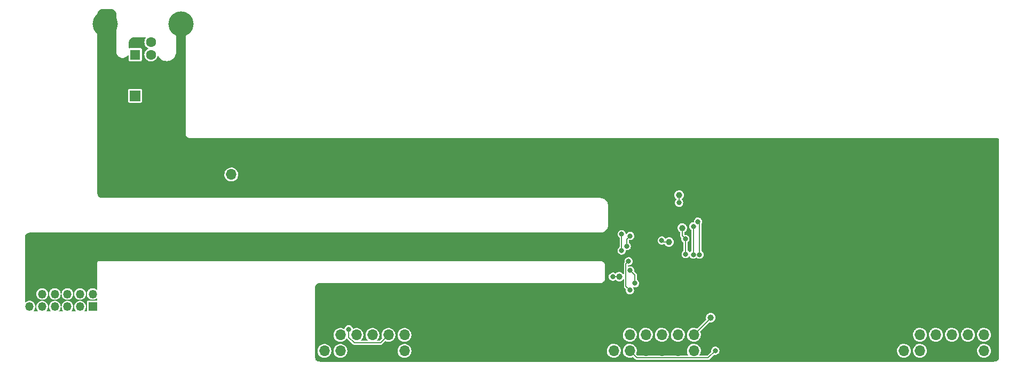
<source format=gbr>
%TF.GenerationSoftware,KiCad,Pcbnew,7.0.1*%
%TF.CreationDate,2023-03-30T15:17:14+02:00*%
%TF.ProjectId,BalancedSurroundOutBus,42616c61-6e63-4656-9453-7572726f756e,rev?*%
%TF.SameCoordinates,Original*%
%TF.FileFunction,Copper,L1,Top*%
%TF.FilePolarity,Positive*%
%FSLAX46Y46*%
G04 Gerber Fmt 4.6, Leading zero omitted, Abs format (unit mm)*
G04 Created by KiCad (PCBNEW 7.0.1) date 2023-03-30 15:17:14*
%MOMM*%
%LPD*%
G01*
G04 APERTURE LIST*
%TA.AperFunction,ComponentPad*%
%ADD10R,1.700000X1.700000*%
%TD*%
%TA.AperFunction,ComponentPad*%
%ADD11O,1.700000X1.700000*%
%TD*%
%TA.AperFunction,SMDPad,CuDef*%
%ADD12C,1.000000*%
%TD*%
%TA.AperFunction,ComponentPad*%
%ADD13R,1.600000X1.600000*%
%TD*%
%TA.AperFunction,ComponentPad*%
%ADD14C,1.600000*%
%TD*%
%TA.AperFunction,ComponentPad*%
%ADD15C,4.000000*%
%TD*%
%TA.AperFunction,ComponentPad*%
%ADD16R,1.350000X1.350000*%
%TD*%
%TA.AperFunction,ComponentPad*%
%ADD17O,1.350000X1.350000*%
%TD*%
%TA.AperFunction,ViaPad*%
%ADD18C,0.800000*%
%TD*%
%TA.AperFunction,Conductor*%
%ADD19C,0.150000*%
%TD*%
G04 APERTURE END LIST*
D10*
%TO.P,ON1,1,Pin_1*%
%TO.N,GND*%
X123000000Y-103475000D03*
D11*
%TO.P,ON1,2,Pin_2*%
%TO.N,Net-(JP1-A)*%
X123000000Y-106015000D03*
%TD*%
D12*
%TO.P,MCLK1,1,1*%
%TO.N,/MCLK*%
X192400000Y-116750000D03*
%TD*%
%TO.P,I2S1,1,1*%
%TO.N,/I2S_CH12*%
X184500000Y-122250000D03*
%TD*%
D13*
%TO.P,J2,1,VBUS*%
%TO.N,Net-(J2-VBUS)*%
X107750000Y-87000000D03*
D14*
%TO.P,J2,2,D-*%
%TO.N,unconnected-(J2-D--Pad2)*%
X110250000Y-87000000D03*
%TO.P,J2,3,D+*%
%TO.N,unconnected-(J2-D+-Pad3)*%
X110250000Y-85000000D03*
%TO.P,J2,4,GND*%
%TO.N,GND*%
X107750000Y-85000000D03*
D15*
%TO.P,J2,5,Shield*%
X103000000Y-82140000D03*
X115000000Y-82140000D03*
%TD*%
D10*
%TO.P,GND1,1,Pin_1*%
%TO.N,GND*%
X200225000Y-119750000D03*
D11*
%TO.P,GND1,2,Pin_2*%
X202765000Y-119750000D03*
%TD*%
D12*
%TO.P,VIN1,1,1*%
%TO.N,/VIN*%
X194000000Y-109300000D03*
%TD*%
%TO.P,SCLK1,1,1*%
%TO.N,/SCLK*%
X194500000Y-114500000D03*
%TD*%
%TO.P,LRCLK1,1,1*%
%TO.N,/LRCLK*%
X199000000Y-128750000D03*
%TD*%
D10*
%TO.P,PWR1,1,Pin_1*%
%TO.N,Net-(J2-VBUS)*%
X107725000Y-93500000D03*
D11*
%TO.P,PWR1,2,Pin_2*%
%TO.N,GND*%
X110265000Y-93500000D03*
%TD*%
D10*
%TO.P,J3,1,Pin_1*%
%TO.N,GND*%
X137750000Y-131500000D03*
D11*
%TO.P,J3,2,Pin_2*%
%TO.N,/VIN*%
X137750000Y-134040000D03*
%TO.P,J3,3,Pin_3*%
%TO.N,unconnected-(J3-Pin_3-Pad3)*%
X140290000Y-131500000D03*
%TO.P,J3,4,Pin_4*%
%TO.N,/VIN*%
X140290000Y-134040000D03*
%TO.P,J3,5,Pin_5*%
%TO.N,Net-(J3-Pin_5)*%
X142830000Y-131500000D03*
%TO.P,J3,6,Pin_6*%
%TO.N,GND*%
X142830000Y-134040000D03*
%TO.P,J3,7,Pin_7*%
%TO.N,Net-(J3-Pin_7)*%
X145370000Y-131500000D03*
%TO.P,J3,8,Pin_8*%
%TO.N,GND*%
X145370000Y-134040000D03*
%TO.P,J3,9,Pin_9*%
%TO.N,/I2S_CH12*%
X147910000Y-131500000D03*
%TO.P,J3,10,Pin_10*%
%TO.N,GND*%
X147910000Y-134040000D03*
%TO.P,J3,11,Pin_11*%
%TO.N,/LRCLK*%
X150450000Y-131500000D03*
%TO.P,J3,12,Pin_12*%
%TO.N,unconnected-(J3-Pin_12-Pad12)*%
X150450000Y-134040000D03*
%TD*%
D10*
%TO.P,J5,1,Pin_1*%
%TO.N,GND*%
X229650000Y-131475000D03*
D11*
%TO.P,J5,2,Pin_2*%
%TO.N,/VIN*%
X229650000Y-134015000D03*
%TO.P,J5,3,Pin_3*%
%TO.N,unconnected-(J5-Pin_3-Pad3)*%
X232190000Y-131475000D03*
%TO.P,J5,4,Pin_4*%
%TO.N,/VIN*%
X232190000Y-134015000D03*
%TO.P,J5,5,Pin_5*%
%TO.N,Net-(J5-Pin_5)*%
X234730000Y-131475000D03*
%TO.P,J5,6,Pin_6*%
%TO.N,GND*%
X234730000Y-134015000D03*
%TO.P,J5,7,Pin_7*%
%TO.N,Net-(J5-Pin_7)*%
X237270000Y-131475000D03*
%TO.P,J5,8,Pin_8*%
%TO.N,GND*%
X237270000Y-134015000D03*
%TO.P,J5,9,Pin_9*%
%TO.N,/I2S_CH56*%
X239810000Y-131475000D03*
%TO.P,J5,10,Pin_10*%
%TO.N,GND*%
X239810000Y-134015000D03*
%TO.P,J5,11,Pin_11*%
%TO.N,/LRCLK*%
X242350000Y-131475000D03*
%TO.P,J5,12,Pin_12*%
%TO.N,unconnected-(J5-Pin_12-Pad12)*%
X242350000Y-134015000D03*
%TD*%
D16*
%TO.P,J1,1,Pin_1*%
%TO.N,/I2S_IN_CH12*%
X101000000Y-127000000D03*
D17*
%TO.P,J1,2,Pin_2*%
%TO.N,/I2S_CH12*%
X101000000Y-125000000D03*
%TO.P,J1,3,Pin_3*%
%TO.N,unconnected-(J1-Pin_3-Pad3)*%
X99000000Y-127000000D03*
%TO.P,J1,4,Pin_4*%
%TO.N,/I2S_CH34*%
X99000000Y-125000000D03*
%TO.P,J1,5,Pin_5*%
%TO.N,unconnected-(J1-Pin_5-Pad5)*%
X97000000Y-127000000D03*
%TO.P,J1,6,Pin_6*%
%TO.N,/I2S_CH56*%
X97000000Y-125000000D03*
%TO.P,J1,7,Pin_7*%
%TO.N,unconnected-(J1-Pin_7-Pad7)*%
X95000000Y-127000000D03*
%TO.P,J1,8,Pin_8*%
%TO.N,unconnected-(J1-Pin_8-Pad8)*%
X95000000Y-125000000D03*
%TO.P,J1,9,Pin_9*%
%TO.N,/SCLK*%
X93000000Y-127000000D03*
%TO.P,J1,10,Pin_10*%
%TO.N,/MCLK*%
X93000000Y-125000000D03*
%TO.P,J1,11,Pin_11*%
%TO.N,/LRCLK*%
X91000000Y-127000000D03*
%TO.P,J1,12,Pin_12*%
%TO.N,GND*%
X91000000Y-125000000D03*
%TD*%
D10*
%TO.P,J4,1,Pin_1*%
%TO.N,GND*%
X183650000Y-131475000D03*
D11*
%TO.P,J4,2,Pin_2*%
%TO.N,/VIN*%
X183650000Y-134015000D03*
%TO.P,J4,3,Pin_3*%
%TO.N,unconnected-(J4-Pin_3-Pad3)*%
X186190000Y-131475000D03*
%TO.P,J4,4,Pin_4*%
%TO.N,/VIN*%
X186190000Y-134015000D03*
%TO.P,J4,5,Pin_5*%
%TO.N,Net-(J4-Pin_5)*%
X188730000Y-131475000D03*
%TO.P,J4,6,Pin_6*%
%TO.N,GND*%
X188730000Y-134015000D03*
%TO.P,J4,7,Pin_7*%
%TO.N,Net-(J4-Pin_7)*%
X191270000Y-131475000D03*
%TO.P,J4,8,Pin_8*%
%TO.N,GND*%
X191270000Y-134015000D03*
%TO.P,J4,9,Pin_9*%
%TO.N,/I2S_CH34*%
X193810000Y-131475000D03*
%TO.P,J4,10,Pin_10*%
%TO.N,GND*%
X193810000Y-134015000D03*
%TO.P,J4,11,Pin_11*%
%TO.N,/LRCLK*%
X196350000Y-131475000D03*
%TO.P,J4,12,Pin_12*%
%TO.N,unconnected-(J4-Pin_12-Pad12)*%
X196350000Y-134015000D03*
%TD*%
D18*
%TO.N,/I2S_CH12*%
X183500000Y-122250000D03*
X141600000Y-130600000D03*
%TO.N,/I2S_CH34*%
X187000000Y-123300000D03*
X186250000Y-121250000D03*
%TO.N,/I2S_CH56*%
X184900000Y-118100000D03*
X184900000Y-115500000D03*
%TO.N,GND*%
X184000000Y-105800000D03*
%TO.N,/LRCLK*%
X196250497Y-118750000D03*
X196250000Y-114250000D03*
%TO.N,/SCLK*%
X186000000Y-119800000D03*
X185700000Y-117400000D03*
X186250000Y-115774500D03*
X195000000Y-116250000D03*
X195050000Y-118650000D03*
X186200000Y-124400000D03*
%TO.N,/MCLK*%
X191250000Y-116500000D03*
%TO.N,/VIN*%
X197250000Y-118750000D03*
X199750000Y-134000000D03*
X194000000Y-110500000D03*
X197000000Y-113500000D03*
%TD*%
D19*
%TO.N,/I2S_CH12*%
X142489009Y-132750000D02*
X146660000Y-132750000D01*
X141600000Y-131860991D02*
X142489009Y-132750000D01*
X146660000Y-132750000D02*
X147910000Y-131500000D01*
X141600000Y-130600000D02*
X141600000Y-131860991D01*
X184500000Y-122250000D02*
X183500000Y-122250000D01*
%TO.N,/I2S_CH34*%
X187000000Y-123300000D02*
X187000000Y-122000000D01*
X187000000Y-122000000D02*
X186250000Y-121250000D01*
%TO.N,/I2S_CH56*%
X184900000Y-118100000D02*
X184900000Y-115500000D01*
%TO.N,/LRCLK*%
X196250000Y-118749503D02*
X196250497Y-118750000D01*
X196250000Y-114250000D02*
X196250000Y-118749503D01*
X196350000Y-131475000D02*
X199000000Y-128825000D01*
X199000000Y-128825000D02*
X199000000Y-128750000D01*
%TO.N,/SCLK*%
X194500000Y-115750000D02*
X194500000Y-114500000D01*
X185575000Y-120225000D02*
X186000000Y-119800000D01*
X195000000Y-118600000D02*
X195000000Y-116250000D01*
X185700000Y-117400000D02*
X185700000Y-116300000D01*
X195050000Y-118650000D02*
X195000000Y-118600000D01*
X185700000Y-116300000D02*
X186250000Y-115750000D01*
X195000000Y-116250000D02*
X194500000Y-115750000D01*
X185575000Y-123775000D02*
X185575000Y-120225000D01*
X186250000Y-115750000D02*
X186250000Y-115774500D01*
X186200000Y-124400000D02*
X185575000Y-123775000D01*
%TO.N,/MCLK*%
X192400000Y-116750000D02*
X191500000Y-116750000D01*
X191500000Y-116750000D02*
X191250000Y-116500000D01*
%TO.N,/VIN*%
X197250000Y-113750000D02*
X197000000Y-113500000D01*
X194000000Y-109300000D02*
X194000000Y-110500000D01*
X198610000Y-135140000D02*
X199735000Y-134015000D01*
X187315000Y-135140000D02*
X198610000Y-135140000D01*
X197250000Y-118750000D02*
X197250000Y-113750000D01*
X186190000Y-134015000D02*
X187315000Y-135140000D01*
%TD*%
%TA.AperFunction,Conductor*%
%TO.N,GND*%
G36*
X103982475Y-79751922D02*
G01*
X104000000Y-79755408D01*
X104007148Y-79753986D01*
X104011455Y-79753986D01*
X104027428Y-79753201D01*
X104138967Y-79764187D01*
X104153194Y-79767017D01*
X104279847Y-79805437D01*
X104293249Y-79810989D01*
X104409972Y-79873379D01*
X104422033Y-79881438D01*
X104524342Y-79965399D01*
X104534601Y-79975658D01*
X104618562Y-80077967D01*
X104626621Y-80090028D01*
X104689011Y-80206751D01*
X104694563Y-80220153D01*
X104732983Y-80346806D01*
X104735813Y-80361033D01*
X104746799Y-80472572D01*
X104746014Y-80488545D01*
X104746014Y-80492852D01*
X104744592Y-80500000D01*
X104746014Y-80507149D01*
X104748078Y-80517525D01*
X104749500Y-80531962D01*
X104749500Y-86468038D01*
X104748078Y-86482475D01*
X104744592Y-86500000D01*
X104745756Y-86505854D01*
X104746013Y-86508628D01*
X104746013Y-86509014D01*
X104746111Y-86509687D01*
X104746337Y-86512119D01*
X104762322Y-86684629D01*
X104776784Y-86735456D01*
X104809345Y-86849895D01*
X104813065Y-86862971D01*
X104814589Y-86866031D01*
X104881298Y-87000000D01*
X104895714Y-87028952D01*
X105007454Y-87176920D01*
X105009979Y-87179222D01*
X105009980Y-87179223D01*
X105026226Y-87194033D01*
X105144481Y-87301837D01*
X105302128Y-87399448D01*
X105305316Y-87400683D01*
X105305318Y-87400684D01*
X105471839Y-87465194D01*
X105475027Y-87466429D01*
X105657290Y-87500500D01*
X105842710Y-87500500D01*
X106024973Y-87466429D01*
X106028161Y-87465194D01*
X106194682Y-87400684D01*
X106194684Y-87400683D01*
X106197872Y-87399448D01*
X106355519Y-87301837D01*
X106473774Y-87194033D01*
X106490020Y-87179223D01*
X106490021Y-87179222D01*
X106492546Y-87176920D01*
X106566447Y-87079059D01*
X106608928Y-87051534D01*
X106659163Y-87057754D01*
X106693647Y-87094810D01*
X106699500Y-87123654D01*
X106699500Y-87824674D01*
X106700210Y-87828243D01*
X106700210Y-87828244D01*
X106707878Y-87866791D01*
X106714034Y-87897740D01*
X106718081Y-87903797D01*
X106718082Y-87903799D01*
X106736573Y-87931473D01*
X106769399Y-87980601D01*
X106775459Y-87984650D01*
X106846201Y-88031918D01*
X106846203Y-88031919D01*
X106852260Y-88035966D01*
X106859405Y-88037387D01*
X106859407Y-88037388D01*
X106921756Y-88049790D01*
X106921757Y-88049790D01*
X106925326Y-88050500D01*
X108574674Y-88050500D01*
X108578243Y-88049790D01*
X108578244Y-88049790D01*
X108640593Y-88037388D01*
X108640595Y-88037387D01*
X108647740Y-88035966D01*
X108653797Y-88031919D01*
X108653799Y-88031918D01*
X108724541Y-87984650D01*
X108730601Y-87980601D01*
X108763427Y-87931473D01*
X108781918Y-87903799D01*
X108781919Y-87903797D01*
X108785966Y-87897740D01*
X108792123Y-87866791D01*
X108799790Y-87828244D01*
X108799790Y-87828243D01*
X108800500Y-87824674D01*
X108800500Y-86175326D01*
X108790123Y-86123157D01*
X108787388Y-86109407D01*
X108787387Y-86109405D01*
X108785966Y-86102260D01*
X108761696Y-86065936D01*
X108734650Y-86025459D01*
X108730601Y-86019399D01*
X108677839Y-85984145D01*
X108653799Y-85968082D01*
X108653797Y-85968081D01*
X108647740Y-85964034D01*
X108640595Y-85962613D01*
X108640593Y-85962612D01*
X108578244Y-85950210D01*
X108578243Y-85950210D01*
X108574674Y-85949500D01*
X106925326Y-85949500D01*
X106921757Y-85950210D01*
X106921756Y-85950210D01*
X106859406Y-85962612D01*
X106859403Y-85962613D01*
X106852260Y-85964034D01*
X106850127Y-85965459D01*
X106802245Y-85967548D01*
X106762088Y-85936732D01*
X106750500Y-85896974D01*
X106750500Y-85031962D01*
X106751922Y-85017525D01*
X106753986Y-85007149D01*
X106755408Y-85000000D01*
X106753986Y-84992852D01*
X106753986Y-84988545D01*
X106753201Y-84972572D01*
X106764187Y-84861033D01*
X106767017Y-84846806D01*
X106805437Y-84720153D01*
X106810989Y-84706751D01*
X106873379Y-84590028D01*
X106881438Y-84577967D01*
X106965399Y-84475658D01*
X106975658Y-84465399D01*
X107077967Y-84381438D01*
X107090028Y-84373379D01*
X107206751Y-84310989D01*
X107220153Y-84305437D01*
X107346806Y-84267017D01*
X107361033Y-84264187D01*
X107472572Y-84253201D01*
X107488545Y-84253986D01*
X107492852Y-84253986D01*
X107500000Y-84255408D01*
X107517525Y-84251922D01*
X107531962Y-84250500D01*
X109348822Y-84250500D01*
X109396388Y-84267813D01*
X109421698Y-84311650D01*
X109412908Y-84361500D01*
X109405513Y-84372062D01*
X109379024Y-84403630D01*
X109279776Y-84584162D01*
X109278682Y-84587611D01*
X109238850Y-84713179D01*
X109217484Y-84780532D01*
X109194520Y-84985262D01*
X109194823Y-84988871D01*
X109194823Y-84988873D01*
X109211456Y-85186945D01*
X109211759Y-85190553D01*
X109268544Y-85388586D01*
X109270196Y-85391800D01*
X109270197Y-85391803D01*
X109361057Y-85568598D01*
X109362712Y-85571818D01*
X109490677Y-85733270D01*
X109493430Y-85735613D01*
X109493433Y-85735616D01*
X109524062Y-85761683D01*
X109647564Y-85866791D01*
X109694266Y-85892892D01*
X109770971Y-85935761D01*
X109804046Y-85974079D01*
X109804753Y-86024693D01*
X109769153Y-86065936D01*
X109675209Y-86115049D01*
X109675206Y-86115051D01*
X109672002Y-86116726D01*
X109669184Y-86118992D01*
X109669182Y-86118993D01*
X109514266Y-86243548D01*
X109514263Y-86243551D01*
X109511447Y-86245815D01*
X109509121Y-86248587D01*
X109509119Y-86248589D01*
X109381351Y-86400856D01*
X109381348Y-86400860D01*
X109379024Y-86403630D01*
X109279776Y-86584162D01*
X109278682Y-86587611D01*
X109227249Y-86749750D01*
X109217484Y-86780532D01*
X109194520Y-86985262D01*
X109194823Y-86988871D01*
X109194823Y-86988873D01*
X109198418Y-87031685D01*
X109211759Y-87190553D01*
X109268544Y-87388586D01*
X109270196Y-87391800D01*
X109270197Y-87391803D01*
X109361057Y-87568598D01*
X109362712Y-87571818D01*
X109490677Y-87733270D01*
X109493430Y-87735613D01*
X109493433Y-87735616D01*
X109524062Y-87761683D01*
X109647564Y-87866791D01*
X109694266Y-87892892D01*
X109824239Y-87965532D01*
X109824243Y-87965534D01*
X109827398Y-87967297D01*
X109830834Y-87968414D01*
X109830840Y-87968416D01*
X109943165Y-88004912D01*
X110023329Y-88030959D01*
X110087176Y-88038572D01*
X110224294Y-88054922D01*
X110224297Y-88054922D01*
X110227894Y-88055351D01*
X110300166Y-88049790D01*
X110429689Y-88039824D01*
X110429691Y-88039824D01*
X110433300Y-88039546D01*
X110557346Y-88004912D01*
X110628244Y-87985117D01*
X110628245Y-87985117D01*
X110631725Y-87984145D01*
X110662863Y-87968416D01*
X110812376Y-87892892D01*
X110812379Y-87892890D01*
X110815610Y-87891258D01*
X110977951Y-87764424D01*
X111018296Y-87717684D01*
X111110201Y-87611210D01*
X111110203Y-87611208D01*
X111112564Y-87608472D01*
X111114347Y-87605333D01*
X111114350Y-87605329D01*
X111192899Y-87467057D01*
X111214323Y-87429344D01*
X111226812Y-87391803D01*
X111278208Y-87237299D01*
X111279351Y-87233863D01*
X111280378Y-87225734D01*
X111303515Y-87180712D01*
X111350178Y-87161095D01*
X111398534Y-87176063D01*
X111416890Y-87196342D01*
X111480129Y-87299538D01*
X111532316Y-87384699D01*
X111534208Y-87386914D01*
X111534210Y-87386917D01*
X111601065Y-87465194D01*
X111685705Y-87564295D01*
X111687919Y-87566186D01*
X111740636Y-87611210D01*
X111865301Y-87717684D01*
X111867788Y-87719208D01*
X112064195Y-87839567D01*
X112064199Y-87839569D01*
X112066681Y-87841090D01*
X112284886Y-87931473D01*
X112514544Y-87986609D01*
X112517431Y-87986836D01*
X112517436Y-87986837D01*
X112747103Y-88004912D01*
X112750000Y-88005140D01*
X112752897Y-88004912D01*
X112982564Y-87986837D01*
X112982569Y-87986836D01*
X112985456Y-87986609D01*
X113215114Y-87931473D01*
X113433319Y-87841090D01*
X113435801Y-87839569D01*
X113435805Y-87839567D01*
X113632212Y-87719208D01*
X113634699Y-87717684D01*
X113759365Y-87611210D01*
X113812081Y-87566186D01*
X113814295Y-87564295D01*
X113898935Y-87465194D01*
X113965790Y-87386917D01*
X113965792Y-87386914D01*
X113967684Y-87384699D01*
X114019871Y-87299538D01*
X114089567Y-87185805D01*
X114089569Y-87185801D01*
X114091090Y-87183319D01*
X114100296Y-87161095D01*
X114180360Y-86967801D01*
X114181473Y-86965114D01*
X114236609Y-86735456D01*
X114238062Y-86716996D01*
X114254187Y-86512119D01*
X114254187Y-86512116D01*
X114254965Y-86502229D01*
X114255408Y-86500000D01*
X114253987Y-86492853D01*
X114251922Y-86482475D01*
X114250500Y-86468038D01*
X114250500Y-82324500D01*
X114267813Y-82276934D01*
X114311650Y-82251624D01*
X114324500Y-82250500D01*
X115675500Y-82250500D01*
X115723066Y-82267813D01*
X115748376Y-82311650D01*
X115749500Y-82324500D01*
X115749500Y-99468038D01*
X115748078Y-99482475D01*
X115744592Y-99500000D01*
X115746013Y-99507145D01*
X115746013Y-99507153D01*
X115746412Y-99509159D01*
X115747477Y-99516335D01*
X115760359Y-99647124D01*
X115761415Y-99650604D01*
X115802216Y-99785107D01*
X115802218Y-99785112D01*
X115803274Y-99788593D01*
X115872963Y-99918973D01*
X115966749Y-100033251D01*
X116081027Y-100127037D01*
X116084230Y-100128749D01*
X116084233Y-100128751D01*
X116170192Y-100174696D01*
X116211407Y-100196726D01*
X116214888Y-100197782D01*
X116214893Y-100197784D01*
X116296457Y-100222526D01*
X116352876Y-100239641D01*
X116356489Y-100239997D01*
X116356490Y-100239997D01*
X116483665Y-100252523D01*
X116490841Y-100253588D01*
X116492847Y-100253987D01*
X116492855Y-100253987D01*
X116500000Y-100255408D01*
X116517525Y-100251922D01*
X116531962Y-100250500D01*
X244468038Y-100250500D01*
X244482475Y-100251922D01*
X244500000Y-100255408D01*
X244507147Y-100253987D01*
X244514437Y-100253987D01*
X244514437Y-100254986D01*
X244526787Y-100254743D01*
X244542007Y-100257153D01*
X244565524Y-100260878D01*
X244587541Y-100268031D01*
X244632404Y-100290890D01*
X244636209Y-100292829D01*
X244654939Y-100306437D01*
X244693563Y-100345061D01*
X244707171Y-100363791D01*
X244731969Y-100412459D01*
X244739123Y-100434478D01*
X244745257Y-100473213D01*
X244745014Y-100485563D01*
X244746013Y-100485563D01*
X244746013Y-100492853D01*
X244744592Y-100500000D01*
X244746014Y-100507147D01*
X244748078Y-100517525D01*
X244749500Y-100531962D01*
X244749500Y-134968038D01*
X244748078Y-134982475D01*
X244744592Y-135000000D01*
X244746014Y-135007148D01*
X244746014Y-135011455D01*
X244746799Y-135027428D01*
X244735813Y-135138967D01*
X244732983Y-135153194D01*
X244694563Y-135279847D01*
X244689011Y-135293249D01*
X244626621Y-135409972D01*
X244618562Y-135422033D01*
X244534601Y-135524342D01*
X244524342Y-135534601D01*
X244422033Y-135618562D01*
X244409972Y-135626621D01*
X244293249Y-135689011D01*
X244279847Y-135694563D01*
X244153194Y-135732983D01*
X244138967Y-135735813D01*
X244027428Y-135746799D01*
X244011455Y-135746014D01*
X244007148Y-135746014D01*
X244000000Y-135744592D01*
X243983496Y-135747875D01*
X243982475Y-135748078D01*
X243968038Y-135749500D01*
X137031962Y-135749500D01*
X137017525Y-135748078D01*
X137016505Y-135747875D01*
X137000000Y-135744592D01*
X136992852Y-135746014D01*
X136988545Y-135746014D01*
X136972572Y-135746799D01*
X136861033Y-135735813D01*
X136846806Y-135732983D01*
X136720153Y-135694563D01*
X136706751Y-135689011D01*
X136590028Y-135626621D01*
X136577967Y-135618562D01*
X136475658Y-135534601D01*
X136465399Y-135524342D01*
X136381438Y-135422033D01*
X136373379Y-135409972D01*
X136310989Y-135293249D01*
X136305437Y-135279847D01*
X136267017Y-135153194D01*
X136264187Y-135138967D01*
X136253201Y-135027428D01*
X136253986Y-135011455D01*
X136253986Y-135007148D01*
X136255408Y-135000000D01*
X136251922Y-134982475D01*
X136250500Y-134968038D01*
X136250500Y-134011069D01*
X136645164Y-134011069D01*
X136658392Y-134212894D01*
X136708178Y-134408928D01*
X136709599Y-134412011D01*
X136709600Y-134412013D01*
X136735174Y-134467487D01*
X136792856Y-134592607D01*
X136794810Y-134595372D01*
X136794813Y-134595377D01*
X136906457Y-134753350D01*
X136909588Y-134757780D01*
X136949341Y-134796505D01*
X137030736Y-134875796D01*
X137054466Y-134898913D01*
X137057278Y-134900792D01*
X137057283Y-134900796D01*
X137182401Y-134984397D01*
X137222637Y-135011282D01*
X137225751Y-135012620D01*
X137225753Y-135012621D01*
X137314508Y-135050753D01*
X137408470Y-135091122D01*
X137530346Y-135118700D01*
X137602425Y-135135010D01*
X137602426Y-135135010D01*
X137605740Y-135135760D01*
X137701462Y-135139521D01*
X137804447Y-135143567D01*
X137804451Y-135143567D01*
X137807842Y-135143700D01*
X137941504Y-135124320D01*
X138004649Y-135115165D01*
X138004650Y-135115165D01*
X138008007Y-135114678D01*
X138199531Y-135049664D01*
X138202483Y-135048011D01*
X138202487Y-135048009D01*
X138373041Y-134952495D01*
X138373044Y-134952493D01*
X138376001Y-134950837D01*
X138378606Y-134948670D01*
X138378611Y-134948667D01*
X138528897Y-134823674D01*
X138531505Y-134821505D01*
X138552297Y-134796505D01*
X138658667Y-134668611D01*
X138658670Y-134668606D01*
X138660837Y-134666001D01*
X138669410Y-134650693D01*
X138758009Y-134492487D01*
X138758011Y-134492483D01*
X138759664Y-134489531D01*
X138824678Y-134298007D01*
X138838891Y-134199980D01*
X138853387Y-134100003D01*
X138853387Y-134099998D01*
X138853700Y-134097842D01*
X138855215Y-134040000D01*
X138852801Y-134013723D01*
X138852557Y-134011069D01*
X139185164Y-134011069D01*
X139198392Y-134212894D01*
X139248178Y-134408928D01*
X139249599Y-134412011D01*
X139249600Y-134412013D01*
X139275174Y-134467487D01*
X139332856Y-134592607D01*
X139334810Y-134595372D01*
X139334813Y-134595377D01*
X139446457Y-134753350D01*
X139449588Y-134757780D01*
X139489341Y-134796505D01*
X139570736Y-134875796D01*
X139594466Y-134898913D01*
X139597278Y-134900792D01*
X139597283Y-134900796D01*
X139722401Y-134984397D01*
X139762637Y-135011282D01*
X139765751Y-135012620D01*
X139765753Y-135012621D01*
X139854508Y-135050753D01*
X139948470Y-135091122D01*
X140070346Y-135118700D01*
X140142425Y-135135010D01*
X140142426Y-135135010D01*
X140145740Y-135135760D01*
X140241462Y-135139521D01*
X140344447Y-135143567D01*
X140344451Y-135143567D01*
X140347842Y-135143700D01*
X140481504Y-135124320D01*
X140544649Y-135115165D01*
X140544650Y-135115165D01*
X140548007Y-135114678D01*
X140739531Y-135049664D01*
X140742483Y-135048011D01*
X140742487Y-135048009D01*
X140913041Y-134952495D01*
X140913044Y-134952493D01*
X140916001Y-134950837D01*
X140918606Y-134948670D01*
X140918611Y-134948667D01*
X141068897Y-134823674D01*
X141071505Y-134821505D01*
X141092297Y-134796505D01*
X141198667Y-134668611D01*
X141198670Y-134668606D01*
X141200837Y-134666001D01*
X141209410Y-134650693D01*
X141298009Y-134492487D01*
X141298011Y-134492483D01*
X141299664Y-134489531D01*
X141364678Y-134298007D01*
X141378891Y-134199980D01*
X141393387Y-134100003D01*
X141393387Y-134099998D01*
X141393700Y-134097842D01*
X141395215Y-134040000D01*
X141392801Y-134013723D01*
X141392557Y-134011069D01*
X149345164Y-134011069D01*
X149358392Y-134212894D01*
X149408178Y-134408928D01*
X149409599Y-134412011D01*
X149409600Y-134412013D01*
X149435174Y-134467487D01*
X149492856Y-134592607D01*
X149494810Y-134595372D01*
X149494813Y-134595377D01*
X149606457Y-134753350D01*
X149609588Y-134757780D01*
X149649341Y-134796505D01*
X149730736Y-134875796D01*
X149754466Y-134898913D01*
X149757278Y-134900792D01*
X149757283Y-134900796D01*
X149882401Y-134984397D01*
X149922637Y-135011282D01*
X149925751Y-135012620D01*
X149925753Y-135012621D01*
X150014508Y-135050753D01*
X150108470Y-135091122D01*
X150230346Y-135118700D01*
X150302425Y-135135010D01*
X150302426Y-135135010D01*
X150305740Y-135135760D01*
X150401462Y-135139521D01*
X150504447Y-135143567D01*
X150504451Y-135143567D01*
X150507842Y-135143700D01*
X150641504Y-135124320D01*
X150704649Y-135115165D01*
X150704650Y-135115165D01*
X150708007Y-135114678D01*
X150899531Y-135049664D01*
X150902483Y-135048011D01*
X150902487Y-135048009D01*
X151073041Y-134952495D01*
X151073044Y-134952493D01*
X151076001Y-134950837D01*
X151078606Y-134948670D01*
X151078611Y-134948667D01*
X151228897Y-134823674D01*
X151231505Y-134821505D01*
X151252297Y-134796505D01*
X151358667Y-134668611D01*
X151358670Y-134668606D01*
X151360837Y-134666001D01*
X151369410Y-134650693D01*
X151458009Y-134492487D01*
X151458011Y-134492483D01*
X151459664Y-134489531D01*
X151524678Y-134298007D01*
X151538891Y-134199980D01*
X151553387Y-134100003D01*
X151553387Y-134099998D01*
X151553700Y-134097842D01*
X151555215Y-134040000D01*
X151552801Y-134013723D01*
X151550260Y-133986069D01*
X182545164Y-133986069D01*
X182558392Y-134187894D01*
X182608178Y-134383928D01*
X182692856Y-134567607D01*
X182694810Y-134570372D01*
X182694813Y-134570377D01*
X182764238Y-134668611D01*
X182809588Y-134732780D01*
X182954466Y-134873913D01*
X182957278Y-134875792D01*
X182957283Y-134875796D01*
X183095333Y-134968038D01*
X183122637Y-134986282D01*
X183125751Y-134987620D01*
X183125753Y-134987621D01*
X183305358Y-135064785D01*
X183308470Y-135066122D01*
X183422259Y-135091870D01*
X183502425Y-135110010D01*
X183502426Y-135110010D01*
X183505740Y-135110760D01*
X183601462Y-135114521D01*
X183704447Y-135118567D01*
X183704451Y-135118567D01*
X183707842Y-135118700D01*
X183898048Y-135091122D01*
X183904649Y-135090165D01*
X183904650Y-135090165D01*
X183908007Y-135089678D01*
X184099531Y-135024664D01*
X184102483Y-135023011D01*
X184102487Y-135023009D01*
X184273041Y-134927495D01*
X184273044Y-134927493D01*
X184276001Y-134925837D01*
X184278606Y-134923670D01*
X184278611Y-134923667D01*
X184428897Y-134798674D01*
X184431505Y-134796505D01*
X184461747Y-134760143D01*
X184558667Y-134643611D01*
X184558670Y-134643606D01*
X184560837Y-134641001D01*
X184563034Y-134637078D01*
X184658009Y-134467487D01*
X184658011Y-134467483D01*
X184659664Y-134464531D01*
X184724678Y-134273007D01*
X184733394Y-134212894D01*
X184753387Y-134075003D01*
X184753387Y-134074998D01*
X184753700Y-134072842D01*
X184755215Y-134015000D01*
X184752557Y-133986069D01*
X185085164Y-133986069D01*
X185098392Y-134187894D01*
X185148178Y-134383928D01*
X185232856Y-134567607D01*
X185234810Y-134570372D01*
X185234813Y-134570377D01*
X185304238Y-134668611D01*
X185349588Y-134732780D01*
X185494466Y-134873913D01*
X185497278Y-134875792D01*
X185497283Y-134875796D01*
X185635333Y-134968038D01*
X185662637Y-134986282D01*
X185665751Y-134987620D01*
X185665753Y-134987621D01*
X185845358Y-135064785D01*
X185848470Y-135066122D01*
X185962259Y-135091870D01*
X186042425Y-135110010D01*
X186042426Y-135110010D01*
X186045740Y-135110760D01*
X186141462Y-135114521D01*
X186244447Y-135118567D01*
X186244451Y-135118567D01*
X186247842Y-135118700D01*
X186438048Y-135091122D01*
X186444649Y-135090165D01*
X186444650Y-135090165D01*
X186448007Y-135089678D01*
X186639531Y-135024664D01*
X186642484Y-135023010D01*
X186642489Y-135023008D01*
X186654637Y-135016205D01*
X186704598Y-135008070D01*
X186743119Y-135028445D01*
X187072511Y-135357838D01*
X187076872Y-135362598D01*
X187098384Y-135388236D01*
X187098387Y-135388238D01*
X187102545Y-135393194D01*
X187108147Y-135396428D01*
X187108149Y-135396430D01*
X187137144Y-135413170D01*
X187142588Y-135416638D01*
X187175316Y-135439554D01*
X187181570Y-135441230D01*
X187186087Y-135443336D01*
X187191662Y-135445646D01*
X187196350Y-135447352D01*
X187201955Y-135450588D01*
X187208327Y-135451712D01*
X187208328Y-135451712D01*
X187241304Y-135457527D01*
X187247604Y-135458924D01*
X187271854Y-135465421D01*
X187286193Y-135469263D01*
X187325982Y-135465782D01*
X187332432Y-135465500D01*
X198592559Y-135465500D01*
X198599009Y-135465782D01*
X198632358Y-135468700D01*
X198632359Y-135468700D01*
X198638807Y-135469264D01*
X198677404Y-135458921D01*
X198683703Y-135457525D01*
X198693271Y-135455838D01*
X198716672Y-135451712D01*
X198716674Y-135451711D01*
X198723045Y-135450588D01*
X198728647Y-135447353D01*
X198733358Y-135445639D01*
X198738882Y-135443351D01*
X198743432Y-135441229D01*
X198749684Y-135439554D01*
X198782411Y-135416638D01*
X198787851Y-135413172D01*
X198822455Y-135393194D01*
X198827132Y-135387621D01*
X198848135Y-135362591D01*
X198852495Y-135357832D01*
X199551857Y-134658470D01*
X199597733Y-134637078D01*
X199622960Y-134639218D01*
X199656755Y-134648084D01*
X199656761Y-134648085D01*
X199661069Y-134649215D01*
X199739782Y-134650451D01*
X199814038Y-134651618D01*
X199818495Y-134651688D01*
X199822837Y-134650694D01*
X199822842Y-134650693D01*
X199967621Y-134617534D01*
X199967624Y-134617533D01*
X199971968Y-134616538D01*
X200112625Y-134545795D01*
X200132865Y-134528509D01*
X200228955Y-134446440D01*
X200232348Y-134443542D01*
X200324224Y-134315683D01*
X200370737Y-134199980D01*
X200381287Y-134173735D01*
X200381287Y-134173734D01*
X200382950Y-134169598D01*
X200405134Y-134013723D01*
X200405278Y-134000000D01*
X200403592Y-133986069D01*
X228545164Y-133986069D01*
X228558392Y-134187894D01*
X228608178Y-134383928D01*
X228692856Y-134567607D01*
X228694810Y-134570372D01*
X228694813Y-134570377D01*
X228764238Y-134668611D01*
X228809588Y-134732780D01*
X228954466Y-134873913D01*
X228957278Y-134875792D01*
X228957283Y-134875796D01*
X229095333Y-134968038D01*
X229122637Y-134986282D01*
X229125751Y-134987620D01*
X229125753Y-134987621D01*
X229305358Y-135064785D01*
X229308470Y-135066122D01*
X229422259Y-135091870D01*
X229502425Y-135110010D01*
X229502426Y-135110010D01*
X229505740Y-135110760D01*
X229601462Y-135114521D01*
X229704447Y-135118567D01*
X229704451Y-135118567D01*
X229707842Y-135118700D01*
X229898048Y-135091122D01*
X229904649Y-135090165D01*
X229904650Y-135090165D01*
X229908007Y-135089678D01*
X230099531Y-135024664D01*
X230102483Y-135023011D01*
X230102487Y-135023009D01*
X230273041Y-134927495D01*
X230273044Y-134927493D01*
X230276001Y-134925837D01*
X230278606Y-134923670D01*
X230278611Y-134923667D01*
X230428897Y-134798674D01*
X230431505Y-134796505D01*
X230461747Y-134760143D01*
X230558667Y-134643611D01*
X230558670Y-134643606D01*
X230560837Y-134641001D01*
X230563034Y-134637078D01*
X230658009Y-134467487D01*
X230658011Y-134467483D01*
X230659664Y-134464531D01*
X230724678Y-134273007D01*
X230733394Y-134212894D01*
X230753387Y-134075003D01*
X230753387Y-134074998D01*
X230753700Y-134072842D01*
X230755215Y-134015000D01*
X230752557Y-133986069D01*
X231085164Y-133986069D01*
X231098392Y-134187894D01*
X231148178Y-134383928D01*
X231232856Y-134567607D01*
X231234810Y-134570372D01*
X231234813Y-134570377D01*
X231304238Y-134668611D01*
X231349588Y-134732780D01*
X231494466Y-134873913D01*
X231497278Y-134875792D01*
X231497283Y-134875796D01*
X231635333Y-134968038D01*
X231662637Y-134986282D01*
X231665751Y-134987620D01*
X231665753Y-134987621D01*
X231845358Y-135064785D01*
X231848470Y-135066122D01*
X231962259Y-135091870D01*
X232042425Y-135110010D01*
X232042426Y-135110010D01*
X232045740Y-135110760D01*
X232141462Y-135114521D01*
X232244447Y-135118567D01*
X232244451Y-135118567D01*
X232247842Y-135118700D01*
X232438048Y-135091122D01*
X232444649Y-135090165D01*
X232444650Y-135090165D01*
X232448007Y-135089678D01*
X232639531Y-135024664D01*
X232642483Y-135023011D01*
X232642487Y-135023009D01*
X232813041Y-134927495D01*
X232813044Y-134927493D01*
X232816001Y-134925837D01*
X232818606Y-134923670D01*
X232818611Y-134923667D01*
X232968897Y-134798674D01*
X232971505Y-134796505D01*
X233001747Y-134760143D01*
X233098667Y-134643611D01*
X233098670Y-134643606D01*
X233100837Y-134641001D01*
X233103034Y-134637078D01*
X233198009Y-134467487D01*
X233198011Y-134467483D01*
X233199664Y-134464531D01*
X233264678Y-134273007D01*
X233273394Y-134212894D01*
X233293387Y-134075003D01*
X233293387Y-134074998D01*
X233293700Y-134072842D01*
X233295215Y-134015000D01*
X233292557Y-133986069D01*
X241245164Y-133986069D01*
X241258392Y-134187894D01*
X241308178Y-134383928D01*
X241392856Y-134567607D01*
X241394810Y-134570372D01*
X241394813Y-134570377D01*
X241464238Y-134668611D01*
X241509588Y-134732780D01*
X241654466Y-134873913D01*
X241657278Y-134875792D01*
X241657283Y-134875796D01*
X241795333Y-134968038D01*
X241822637Y-134986282D01*
X241825751Y-134987620D01*
X241825753Y-134987621D01*
X242005358Y-135064785D01*
X242008470Y-135066122D01*
X242122259Y-135091870D01*
X242202425Y-135110010D01*
X242202426Y-135110010D01*
X242205740Y-135110760D01*
X242301462Y-135114521D01*
X242404447Y-135118567D01*
X242404451Y-135118567D01*
X242407842Y-135118700D01*
X242598048Y-135091122D01*
X242604649Y-135090165D01*
X242604650Y-135090165D01*
X242608007Y-135089678D01*
X242799531Y-135024664D01*
X242802483Y-135023011D01*
X242802487Y-135023009D01*
X242973041Y-134927495D01*
X242973044Y-134927493D01*
X242976001Y-134925837D01*
X242978606Y-134923670D01*
X242978611Y-134923667D01*
X243128897Y-134798674D01*
X243131505Y-134796505D01*
X243161747Y-134760143D01*
X243258667Y-134643611D01*
X243258670Y-134643606D01*
X243260837Y-134641001D01*
X243263034Y-134637078D01*
X243358009Y-134467487D01*
X243358011Y-134467483D01*
X243359664Y-134464531D01*
X243424678Y-134273007D01*
X243433394Y-134212894D01*
X243453387Y-134075003D01*
X243453387Y-134074998D01*
X243453700Y-134072842D01*
X243455215Y-134015000D01*
X243436708Y-133813591D01*
X243435789Y-133810333D01*
X243435788Y-133810327D01*
X243382728Y-133622191D01*
X243382727Y-133622189D01*
X243381807Y-133618926D01*
X243292351Y-133437527D01*
X243274079Y-133413057D01*
X243173367Y-133278188D01*
X243173366Y-133278187D01*
X243171335Y-133275467D01*
X243168844Y-133273164D01*
X243168841Y-133273161D01*
X243025304Y-133140477D01*
X243025300Y-133140474D01*
X243022812Y-133138174D01*
X242910839Y-133067524D01*
X242854618Y-133032051D01*
X242854617Y-133032050D01*
X242851757Y-133030246D01*
X242848614Y-133028992D01*
X242848612Y-133028991D01*
X242667052Y-132956556D01*
X242667049Y-132956555D01*
X242663898Y-132955298D01*
X242660571Y-132954636D01*
X242660567Y-132954635D01*
X242468849Y-132916500D01*
X242465526Y-132915839D01*
X242378249Y-132914697D01*
X242266680Y-132913236D01*
X242266675Y-132913236D01*
X242263286Y-132913192D01*
X242259941Y-132913767D01*
X242259938Y-132913767D01*
X242163618Y-132930318D01*
X242063949Y-132947444D01*
X241874193Y-133017449D01*
X241871280Y-133019182D01*
X241861859Y-133024787D01*
X241700371Y-133120862D01*
X241697827Y-133123093D01*
X241697823Y-133123096D01*
X241654186Y-133161365D01*
X241548305Y-133254220D01*
X241546208Y-133256879D01*
X241546207Y-133256881D01*
X241441005Y-133390331D01*
X241423089Y-133413057D01*
X241376001Y-133502555D01*
X241342276Y-133566657D01*
X241328914Y-133592053D01*
X241268937Y-133785213D01*
X241245164Y-133986069D01*
X233292557Y-133986069D01*
X233276708Y-133813591D01*
X233275789Y-133810333D01*
X233275788Y-133810327D01*
X233222728Y-133622191D01*
X233222727Y-133622189D01*
X233221807Y-133618926D01*
X233132351Y-133437527D01*
X233114079Y-133413057D01*
X233013367Y-133278188D01*
X233013366Y-133278187D01*
X233011335Y-133275467D01*
X233008844Y-133273164D01*
X233008841Y-133273161D01*
X232865304Y-133140477D01*
X232865300Y-133140474D01*
X232862812Y-133138174D01*
X232750839Y-133067524D01*
X232694618Y-133032051D01*
X232694617Y-133032050D01*
X232691757Y-133030246D01*
X232688614Y-133028992D01*
X232688612Y-133028991D01*
X232507052Y-132956556D01*
X232507049Y-132956555D01*
X232503898Y-132955298D01*
X232500571Y-132954636D01*
X232500567Y-132954635D01*
X232308849Y-132916500D01*
X232305526Y-132915839D01*
X232218249Y-132914697D01*
X232106680Y-132913236D01*
X232106675Y-132913236D01*
X232103286Y-132913192D01*
X232099941Y-132913767D01*
X232099938Y-132913767D01*
X232003618Y-132930318D01*
X231903949Y-132947444D01*
X231714193Y-133017449D01*
X231711280Y-133019182D01*
X231701859Y-133024787D01*
X231540371Y-133120862D01*
X231537827Y-133123093D01*
X231537823Y-133123096D01*
X231494186Y-133161365D01*
X231388305Y-133254220D01*
X231386208Y-133256879D01*
X231386207Y-133256881D01*
X231281005Y-133390331D01*
X231263089Y-133413057D01*
X231216001Y-133502555D01*
X231182276Y-133566657D01*
X231168914Y-133592053D01*
X231108937Y-133785213D01*
X231085164Y-133986069D01*
X230752557Y-133986069D01*
X230736708Y-133813591D01*
X230735789Y-133810333D01*
X230735788Y-133810327D01*
X230682728Y-133622191D01*
X230682727Y-133622189D01*
X230681807Y-133618926D01*
X230592351Y-133437527D01*
X230574079Y-133413057D01*
X230473367Y-133278188D01*
X230473366Y-133278187D01*
X230471335Y-133275467D01*
X230468844Y-133273164D01*
X230468841Y-133273161D01*
X230325304Y-133140477D01*
X230325300Y-133140474D01*
X230322812Y-133138174D01*
X230210839Y-133067524D01*
X230154618Y-133032051D01*
X230154617Y-133032050D01*
X230151757Y-133030246D01*
X230148614Y-133028992D01*
X230148612Y-133028991D01*
X229967052Y-132956556D01*
X229967049Y-132956555D01*
X229963898Y-132955298D01*
X229960571Y-132954636D01*
X229960567Y-132954635D01*
X229768849Y-132916500D01*
X229765526Y-132915839D01*
X229678249Y-132914697D01*
X229566680Y-132913236D01*
X229566675Y-132913236D01*
X229563286Y-132913192D01*
X229559941Y-132913767D01*
X229559938Y-132913767D01*
X229463618Y-132930318D01*
X229363949Y-132947444D01*
X229174193Y-133017449D01*
X229171280Y-133019182D01*
X229161859Y-133024787D01*
X229000371Y-133120862D01*
X228997827Y-133123093D01*
X228997823Y-133123096D01*
X228954186Y-133161365D01*
X228848305Y-133254220D01*
X228846208Y-133256879D01*
X228846207Y-133256881D01*
X228741005Y-133390331D01*
X228723089Y-133413057D01*
X228676001Y-133502555D01*
X228642276Y-133566657D01*
X228628914Y-133592053D01*
X228568937Y-133785213D01*
X228545164Y-133986069D01*
X200403592Y-133986069D01*
X200386363Y-133843694D01*
X200330710Y-133696412D01*
X200276168Y-133617053D01*
X200244062Y-133570339D01*
X200244060Y-133570337D01*
X200241531Y-133566657D01*
X200198431Y-133528256D01*
X200127310Y-133464889D01*
X200127307Y-133464887D01*
X200123976Y-133461919D01*
X199984831Y-133388245D01*
X199832128Y-133349889D01*
X199750583Y-133349462D01*
X199679142Y-133349088D01*
X199679139Y-133349088D01*
X199674684Y-133349065D01*
X199670349Y-133350106D01*
X199670347Y-133350106D01*
X199590936Y-133369171D01*
X199521588Y-133385820D01*
X199381679Y-133458032D01*
X199378321Y-133460961D01*
X199378320Y-133460962D01*
X199373043Y-133465566D01*
X199263034Y-133561533D01*
X199260466Y-133565187D01*
X199260465Y-133565188D01*
X199207266Y-133640883D01*
X199172501Y-133690348D01*
X199170879Y-133694507D01*
X199170879Y-133694508D01*
X199134200Y-133788587D01*
X199115309Y-133837039D01*
X199114727Y-133841463D01*
X199114726Y-133841465D01*
X199095689Y-133986069D01*
X199094758Y-133993138D01*
X199099932Y-134040000D01*
X199110920Y-134139534D01*
X199098932Y-134188713D01*
X199089693Y-134199980D01*
X198496848Y-134792826D01*
X198450972Y-134814218D01*
X198444522Y-134814500D01*
X197274333Y-134814500D01*
X197226767Y-134797187D01*
X197201457Y-134753350D01*
X197210247Y-134703500D01*
X197217439Y-134693181D01*
X197258667Y-134643611D01*
X197258670Y-134643606D01*
X197260837Y-134641001D01*
X197263034Y-134637078D01*
X197358009Y-134467487D01*
X197358011Y-134467483D01*
X197359664Y-134464531D01*
X197424678Y-134273007D01*
X197433394Y-134212894D01*
X197453387Y-134075003D01*
X197453387Y-134074998D01*
X197453700Y-134072842D01*
X197455215Y-134015000D01*
X197436708Y-133813591D01*
X197435789Y-133810333D01*
X197435788Y-133810327D01*
X197382728Y-133622191D01*
X197382727Y-133622189D01*
X197381807Y-133618926D01*
X197292351Y-133437527D01*
X197274079Y-133413057D01*
X197173367Y-133278188D01*
X197173366Y-133278187D01*
X197171335Y-133275467D01*
X197168844Y-133273164D01*
X197168841Y-133273161D01*
X197025304Y-133140477D01*
X197025300Y-133140474D01*
X197022812Y-133138174D01*
X196910839Y-133067524D01*
X196854618Y-133032051D01*
X196854617Y-133032050D01*
X196851757Y-133030246D01*
X196848614Y-133028992D01*
X196848612Y-133028991D01*
X196667052Y-132956556D01*
X196667049Y-132956555D01*
X196663898Y-132955298D01*
X196660571Y-132954636D01*
X196660567Y-132954635D01*
X196468849Y-132916500D01*
X196465526Y-132915839D01*
X196378249Y-132914697D01*
X196266680Y-132913236D01*
X196266675Y-132913236D01*
X196263286Y-132913192D01*
X196259941Y-132913767D01*
X196259938Y-132913767D01*
X196163618Y-132930318D01*
X196063949Y-132947444D01*
X195874193Y-133017449D01*
X195871280Y-133019182D01*
X195861859Y-133024787D01*
X195700371Y-133120862D01*
X195697827Y-133123093D01*
X195697823Y-133123096D01*
X195654186Y-133161365D01*
X195548305Y-133254220D01*
X195546208Y-133256879D01*
X195546207Y-133256881D01*
X195441005Y-133390331D01*
X195423089Y-133413057D01*
X195376001Y-133502555D01*
X195342276Y-133566657D01*
X195328914Y-133592053D01*
X195268937Y-133785213D01*
X195245164Y-133986069D01*
X195258392Y-134187894D01*
X195308178Y-134383928D01*
X195392856Y-134567607D01*
X195394814Y-134570377D01*
X195394817Y-134570382D01*
X195484860Y-134697792D01*
X195498174Y-134746628D01*
X195476981Y-134792597D01*
X195431199Y-134814190D01*
X195424428Y-134814500D01*
X187480479Y-134814500D01*
X187432913Y-134797187D01*
X187428153Y-134792826D01*
X187203445Y-134568119D01*
X187182053Y-134522243D01*
X187191205Y-134479637D01*
X187198008Y-134467489D01*
X187198010Y-134467484D01*
X187199664Y-134464531D01*
X187264678Y-134273007D01*
X187273394Y-134212894D01*
X187293387Y-134075003D01*
X187293387Y-134074998D01*
X187293700Y-134072842D01*
X187295215Y-134015000D01*
X187276708Y-133813591D01*
X187275789Y-133810333D01*
X187275788Y-133810327D01*
X187222728Y-133622191D01*
X187222727Y-133622189D01*
X187221807Y-133618926D01*
X187132351Y-133437527D01*
X187114079Y-133413057D01*
X187013367Y-133278188D01*
X187013366Y-133278187D01*
X187011335Y-133275467D01*
X187008844Y-133273164D01*
X187008841Y-133273161D01*
X186865304Y-133140477D01*
X186865300Y-133140474D01*
X186862812Y-133138174D01*
X186750839Y-133067524D01*
X186694618Y-133032051D01*
X186694617Y-133032050D01*
X186691757Y-133030246D01*
X186688614Y-133028992D01*
X186688612Y-133028991D01*
X186507052Y-132956556D01*
X186507049Y-132956555D01*
X186503898Y-132955298D01*
X186500571Y-132954636D01*
X186500567Y-132954635D01*
X186308849Y-132916500D01*
X186305526Y-132915839D01*
X186218249Y-132914697D01*
X186106680Y-132913236D01*
X186106675Y-132913236D01*
X186103286Y-132913192D01*
X186099941Y-132913767D01*
X186099938Y-132913767D01*
X186003618Y-132930318D01*
X185903949Y-132947444D01*
X185714193Y-133017449D01*
X185711280Y-133019182D01*
X185701859Y-133024787D01*
X185540371Y-133120862D01*
X185537827Y-133123093D01*
X185537823Y-133123096D01*
X185494186Y-133161365D01*
X185388305Y-133254220D01*
X185386208Y-133256879D01*
X185386207Y-133256881D01*
X185281005Y-133390331D01*
X185263089Y-133413057D01*
X185216001Y-133502555D01*
X185182276Y-133566657D01*
X185168914Y-133592053D01*
X185108937Y-133785213D01*
X185085164Y-133986069D01*
X184752557Y-133986069D01*
X184736708Y-133813591D01*
X184735789Y-133810333D01*
X184735788Y-133810327D01*
X184682728Y-133622191D01*
X184682727Y-133622189D01*
X184681807Y-133618926D01*
X184592351Y-133437527D01*
X184574079Y-133413057D01*
X184473367Y-133278188D01*
X184473366Y-133278187D01*
X184471335Y-133275467D01*
X184468844Y-133273164D01*
X184468841Y-133273161D01*
X184325304Y-133140477D01*
X184325300Y-133140474D01*
X184322812Y-133138174D01*
X184210839Y-133067524D01*
X184154618Y-133032051D01*
X184154617Y-133032050D01*
X184151757Y-133030246D01*
X184148614Y-133028992D01*
X184148612Y-133028991D01*
X183967052Y-132956556D01*
X183967049Y-132956555D01*
X183963898Y-132955298D01*
X183960571Y-132954636D01*
X183960567Y-132954635D01*
X183768849Y-132916500D01*
X183765526Y-132915839D01*
X183678249Y-132914697D01*
X183566680Y-132913236D01*
X183566675Y-132913236D01*
X183563286Y-132913192D01*
X183559941Y-132913767D01*
X183559938Y-132913767D01*
X183463618Y-132930318D01*
X183363949Y-132947444D01*
X183174193Y-133017449D01*
X183171280Y-133019182D01*
X183161859Y-133024787D01*
X183000371Y-133120862D01*
X182997827Y-133123093D01*
X182997823Y-133123096D01*
X182954186Y-133161365D01*
X182848305Y-133254220D01*
X182846208Y-133256879D01*
X182846207Y-133256881D01*
X182741005Y-133390331D01*
X182723089Y-133413057D01*
X182676001Y-133502555D01*
X182642276Y-133566657D01*
X182628914Y-133592053D01*
X182568937Y-133785213D01*
X182545164Y-133986069D01*
X151550260Y-133986069D01*
X151537018Y-133841968D01*
X151536708Y-133838591D01*
X151535789Y-133835333D01*
X151535788Y-133835327D01*
X151482728Y-133647191D01*
X151482727Y-133647189D01*
X151481807Y-133643926D01*
X151392351Y-133462527D01*
X151388995Y-133458032D01*
X151273367Y-133303188D01*
X151273366Y-133303187D01*
X151271335Y-133300467D01*
X151268844Y-133298164D01*
X151268841Y-133298161D01*
X151125304Y-133165477D01*
X151125300Y-133165474D01*
X151122812Y-133163174D01*
X151083190Y-133138174D01*
X150954618Y-133057051D01*
X150954617Y-133057050D01*
X150951757Y-133055246D01*
X150948614Y-133053992D01*
X150948612Y-133053991D01*
X150767052Y-132981556D01*
X150767049Y-132981555D01*
X150763898Y-132980298D01*
X150760571Y-132979636D01*
X150760567Y-132979635D01*
X150568849Y-132941500D01*
X150565526Y-132940839D01*
X150478249Y-132939697D01*
X150366680Y-132938236D01*
X150366675Y-132938236D01*
X150363286Y-132938192D01*
X150359941Y-132938767D01*
X150359938Y-132938767D01*
X150267592Y-132954635D01*
X150163949Y-132972444D01*
X149974193Y-133042449D01*
X149971280Y-133044182D01*
X149962251Y-133049554D01*
X149800371Y-133145862D01*
X149797827Y-133148093D01*
X149797823Y-133148096D01*
X149782693Y-133161365D01*
X149648305Y-133279220D01*
X149646208Y-133281879D01*
X149646207Y-133281881D01*
X149544893Y-133410399D01*
X149523089Y-133438057D01*
X149521513Y-133441053D01*
X149443644Y-133589057D01*
X149428914Y-133617053D01*
X149368937Y-133810213D01*
X149365965Y-133835327D01*
X149346759Y-133997597D01*
X149345164Y-134011069D01*
X141392557Y-134011069D01*
X141377018Y-133841968D01*
X141376708Y-133838591D01*
X141375789Y-133835333D01*
X141375788Y-133835327D01*
X141322728Y-133647191D01*
X141322727Y-133647189D01*
X141321807Y-133643926D01*
X141232351Y-133462527D01*
X141228995Y-133458032D01*
X141113367Y-133303188D01*
X141113366Y-133303187D01*
X141111335Y-133300467D01*
X141108844Y-133298164D01*
X141108841Y-133298161D01*
X140965304Y-133165477D01*
X140965300Y-133165474D01*
X140962812Y-133163174D01*
X140923190Y-133138174D01*
X140794618Y-133057051D01*
X140794617Y-133057050D01*
X140791757Y-133055246D01*
X140788614Y-133053992D01*
X140788612Y-133053991D01*
X140607052Y-132981556D01*
X140607049Y-132981555D01*
X140603898Y-132980298D01*
X140600571Y-132979636D01*
X140600567Y-132979635D01*
X140408849Y-132941500D01*
X140405526Y-132940839D01*
X140318249Y-132939697D01*
X140206680Y-132938236D01*
X140206675Y-132938236D01*
X140203286Y-132938192D01*
X140199941Y-132938767D01*
X140199938Y-132938767D01*
X140107592Y-132954635D01*
X140003949Y-132972444D01*
X139814193Y-133042449D01*
X139811280Y-133044182D01*
X139802251Y-133049554D01*
X139640371Y-133145862D01*
X139637827Y-133148093D01*
X139637823Y-133148096D01*
X139622693Y-133161365D01*
X139488305Y-133279220D01*
X139486208Y-133281879D01*
X139486207Y-133281881D01*
X139384893Y-133410399D01*
X139363089Y-133438057D01*
X139361513Y-133441053D01*
X139283644Y-133589057D01*
X139268914Y-133617053D01*
X139208937Y-133810213D01*
X139205965Y-133835327D01*
X139186759Y-133997597D01*
X139185164Y-134011069D01*
X138852557Y-134011069D01*
X138837018Y-133841968D01*
X138836708Y-133838591D01*
X138835789Y-133835333D01*
X138835788Y-133835327D01*
X138782728Y-133647191D01*
X138782727Y-133647189D01*
X138781807Y-133643926D01*
X138692351Y-133462527D01*
X138688995Y-133458032D01*
X138573367Y-133303188D01*
X138573366Y-133303187D01*
X138571335Y-133300467D01*
X138568844Y-133298164D01*
X138568841Y-133298161D01*
X138425304Y-133165477D01*
X138425300Y-133165474D01*
X138422812Y-133163174D01*
X138383190Y-133138174D01*
X138254618Y-133057051D01*
X138254617Y-133057050D01*
X138251757Y-133055246D01*
X138248614Y-133053992D01*
X138248612Y-133053991D01*
X138067052Y-132981556D01*
X138067049Y-132981555D01*
X138063898Y-132980298D01*
X138060571Y-132979636D01*
X138060567Y-132979635D01*
X137868849Y-132941500D01*
X137865526Y-132940839D01*
X137778249Y-132939697D01*
X137666680Y-132938236D01*
X137666675Y-132938236D01*
X137663286Y-132938192D01*
X137659941Y-132938767D01*
X137659938Y-132938767D01*
X137567592Y-132954635D01*
X137463949Y-132972444D01*
X137274193Y-133042449D01*
X137271280Y-133044182D01*
X137262251Y-133049554D01*
X137100371Y-133145862D01*
X137097827Y-133148093D01*
X137097823Y-133148096D01*
X137082693Y-133161365D01*
X136948305Y-133279220D01*
X136946208Y-133281879D01*
X136946207Y-133281881D01*
X136844893Y-133410399D01*
X136823089Y-133438057D01*
X136821513Y-133441053D01*
X136743644Y-133589057D01*
X136728914Y-133617053D01*
X136668937Y-133810213D01*
X136665965Y-133835327D01*
X136646759Y-133997597D01*
X136645164Y-134011069D01*
X136250500Y-134011069D01*
X136250500Y-131471069D01*
X139185164Y-131471069D01*
X139198392Y-131672894D01*
X139248178Y-131868928D01*
X139249599Y-131872011D01*
X139249600Y-131872013D01*
X139275174Y-131927487D01*
X139332856Y-132052607D01*
X139334810Y-132055372D01*
X139334813Y-132055377D01*
X139447635Y-132215017D01*
X139449588Y-132217780D01*
X139517231Y-132283674D01*
X139570736Y-132335796D01*
X139594466Y-132358913D01*
X139597278Y-132360792D01*
X139597283Y-132360796D01*
X139692201Y-132424218D01*
X139762637Y-132471282D01*
X139765751Y-132472620D01*
X139765753Y-132472621D01*
X139854508Y-132510753D01*
X139948470Y-132551122D01*
X140070346Y-132578700D01*
X140142425Y-132595010D01*
X140142426Y-132595010D01*
X140145740Y-132595760D01*
X140241462Y-132599521D01*
X140344447Y-132603567D01*
X140344451Y-132603567D01*
X140347842Y-132603700D01*
X140481504Y-132584320D01*
X140544649Y-132575165D01*
X140544650Y-132575165D01*
X140548007Y-132574678D01*
X140739531Y-132509664D01*
X140742483Y-132508011D01*
X140742487Y-132508009D01*
X140913041Y-132412495D01*
X140913044Y-132412493D01*
X140916001Y-132410837D01*
X140918606Y-132408670D01*
X140918611Y-132408667D01*
X141068897Y-132283674D01*
X141068898Y-132283673D01*
X141071505Y-132281505D01*
X141092297Y-132256505D01*
X141198667Y-132128611D01*
X141198670Y-132128606D01*
X141200837Y-132126001D01*
X141225138Y-132082609D01*
X141263486Y-132049567D01*
X141314100Y-132048905D01*
X141344927Y-132070192D01*
X141346806Y-132073446D01*
X141351767Y-132077609D01*
X141351768Y-132077610D01*
X141377415Y-132099131D01*
X141382175Y-132103492D01*
X142246515Y-132967832D01*
X142250870Y-132972585D01*
X142276554Y-133003194D01*
X142311158Y-133023172D01*
X142316598Y-133026638D01*
X142337503Y-133041276D01*
X142349325Y-133049554D01*
X142355577Y-133051229D01*
X142360127Y-133053351D01*
X142365651Y-133055639D01*
X142370362Y-133057353D01*
X142375964Y-133060588D01*
X142382335Y-133061711D01*
X142382337Y-133061712D01*
X142405738Y-133065838D01*
X142415306Y-133067525D01*
X142421605Y-133068921D01*
X142460202Y-133079264D01*
X142466650Y-133078700D01*
X142466652Y-133078700D01*
X142500004Y-133075782D01*
X142506453Y-133075500D01*
X146642559Y-133075500D01*
X146649009Y-133075782D01*
X146682358Y-133078700D01*
X146682359Y-133078700D01*
X146688807Y-133079264D01*
X146727404Y-133068921D01*
X146733703Y-133067525D01*
X146743271Y-133065838D01*
X146766672Y-133061712D01*
X146766674Y-133061711D01*
X146773045Y-133060588D01*
X146778647Y-133057353D01*
X146783358Y-133055639D01*
X146788882Y-133053351D01*
X146793432Y-133051229D01*
X146799684Y-133049554D01*
X146811506Y-133041276D01*
X146832411Y-133026638D01*
X146837851Y-133023172D01*
X146864763Y-133007635D01*
X146866850Y-133006430D01*
X146872455Y-133003194D01*
X146876618Y-132998233D01*
X146898140Y-132972585D01*
X146902501Y-132967825D01*
X147358652Y-132511674D01*
X147404528Y-132490282D01*
X147440189Y-132496009D01*
X147476651Y-132511674D01*
X147568470Y-132551122D01*
X147690346Y-132578700D01*
X147762425Y-132595010D01*
X147762426Y-132595010D01*
X147765740Y-132595760D01*
X147861462Y-132599521D01*
X147964447Y-132603567D01*
X147964451Y-132603567D01*
X147967842Y-132603700D01*
X148101504Y-132584320D01*
X148164649Y-132575165D01*
X148164650Y-132575165D01*
X148168007Y-132574678D01*
X148359531Y-132509664D01*
X148362483Y-132508011D01*
X148362487Y-132508009D01*
X148533041Y-132412495D01*
X148533044Y-132412493D01*
X148536001Y-132410837D01*
X148538606Y-132408670D01*
X148538611Y-132408667D01*
X148688897Y-132283674D01*
X148688898Y-132283673D01*
X148691505Y-132281505D01*
X148712297Y-132256505D01*
X148818667Y-132128611D01*
X148818670Y-132128606D01*
X148820837Y-132126001D01*
X148822495Y-132123041D01*
X148918009Y-131952487D01*
X148918011Y-131952483D01*
X148919664Y-131949531D01*
X148984678Y-131758007D01*
X148997508Y-131669517D01*
X149013387Y-131560003D01*
X149013387Y-131559998D01*
X149013700Y-131557842D01*
X149015215Y-131500000D01*
X149012557Y-131471069D01*
X149345164Y-131471069D01*
X149358392Y-131672894D01*
X149408178Y-131868928D01*
X149409599Y-131872011D01*
X149409600Y-131872013D01*
X149435174Y-131927487D01*
X149492856Y-132052607D01*
X149494810Y-132055372D01*
X149494813Y-132055377D01*
X149607635Y-132215017D01*
X149609588Y-132217780D01*
X149677231Y-132283674D01*
X149730736Y-132335796D01*
X149754466Y-132358913D01*
X149757278Y-132360792D01*
X149757283Y-132360796D01*
X149852201Y-132424218D01*
X149922637Y-132471282D01*
X149925751Y-132472620D01*
X149925753Y-132472621D01*
X150014508Y-132510753D01*
X150108470Y-132551122D01*
X150230346Y-132578700D01*
X150302425Y-132595010D01*
X150302426Y-132595010D01*
X150305740Y-132595760D01*
X150401462Y-132599521D01*
X150504447Y-132603567D01*
X150504451Y-132603567D01*
X150507842Y-132603700D01*
X150641504Y-132584320D01*
X150704649Y-132575165D01*
X150704650Y-132575165D01*
X150708007Y-132574678D01*
X150899531Y-132509664D01*
X150902483Y-132508011D01*
X150902487Y-132508009D01*
X151073041Y-132412495D01*
X151073044Y-132412493D01*
X151076001Y-132410837D01*
X151078606Y-132408670D01*
X151078611Y-132408667D01*
X151228897Y-132283674D01*
X151228898Y-132283673D01*
X151231505Y-132281505D01*
X151252297Y-132256505D01*
X151358667Y-132128611D01*
X151358670Y-132128606D01*
X151360837Y-132126001D01*
X151362495Y-132123041D01*
X151458009Y-131952487D01*
X151458011Y-131952483D01*
X151459664Y-131949531D01*
X151524678Y-131758007D01*
X151537508Y-131669517D01*
X151553387Y-131560003D01*
X151553387Y-131559998D01*
X151553700Y-131557842D01*
X151555215Y-131500000D01*
X151550260Y-131446069D01*
X185085164Y-131446069D01*
X185098392Y-131647894D01*
X185148178Y-131843928D01*
X185232856Y-132027607D01*
X185234810Y-132030372D01*
X185234813Y-132030377D01*
X185304238Y-132128611D01*
X185349588Y-132192780D01*
X185377677Y-132220143D01*
X185457081Y-132297494D01*
X185494466Y-132333913D01*
X185497278Y-132335792D01*
X185497283Y-132335796D01*
X185629616Y-132424218D01*
X185662637Y-132446282D01*
X185665751Y-132447620D01*
X185665753Y-132447621D01*
X185814841Y-132511674D01*
X185848470Y-132526122D01*
X185962259Y-132551870D01*
X186042425Y-132570010D01*
X186042426Y-132570010D01*
X186045740Y-132570760D01*
X186141462Y-132574521D01*
X186244447Y-132578567D01*
X186244451Y-132578567D01*
X186247842Y-132578700D01*
X186438048Y-132551122D01*
X186444649Y-132550165D01*
X186444650Y-132550165D01*
X186448007Y-132549678D01*
X186639531Y-132484664D01*
X186642483Y-132483011D01*
X186642487Y-132483009D01*
X186813041Y-132387495D01*
X186813044Y-132387493D01*
X186816001Y-132385837D01*
X186818606Y-132383670D01*
X186818611Y-132383667D01*
X186968897Y-132258674D01*
X186971505Y-132256505D01*
X187001747Y-132220143D01*
X187098667Y-132103611D01*
X187098670Y-132103606D01*
X187100837Y-132101001D01*
X187111137Y-132082609D01*
X187198009Y-131927487D01*
X187198011Y-131927483D01*
X187199664Y-131924531D01*
X187264678Y-131733007D01*
X187273394Y-131672894D01*
X187293387Y-131535003D01*
X187293387Y-131534998D01*
X187293700Y-131532842D01*
X187295215Y-131475000D01*
X187292557Y-131446069D01*
X187625164Y-131446069D01*
X187638392Y-131647894D01*
X187688178Y-131843928D01*
X187772856Y-132027607D01*
X187774810Y-132030372D01*
X187774813Y-132030377D01*
X187844238Y-132128611D01*
X187889588Y-132192780D01*
X187917677Y-132220143D01*
X187997081Y-132297494D01*
X188034466Y-132333913D01*
X188037278Y-132335792D01*
X188037283Y-132335796D01*
X188169616Y-132424218D01*
X188202637Y-132446282D01*
X188205751Y-132447620D01*
X188205753Y-132447621D01*
X188354841Y-132511674D01*
X188388470Y-132526122D01*
X188502259Y-132551870D01*
X188582425Y-132570010D01*
X188582426Y-132570010D01*
X188585740Y-132570760D01*
X188681462Y-132574521D01*
X188784447Y-132578567D01*
X188784451Y-132578567D01*
X188787842Y-132578700D01*
X188978048Y-132551122D01*
X188984649Y-132550165D01*
X188984650Y-132550165D01*
X188988007Y-132549678D01*
X189179531Y-132484664D01*
X189182483Y-132483011D01*
X189182487Y-132483009D01*
X189353041Y-132387495D01*
X189353044Y-132387493D01*
X189356001Y-132385837D01*
X189358606Y-132383670D01*
X189358611Y-132383667D01*
X189508897Y-132258674D01*
X189511505Y-132256505D01*
X189541747Y-132220143D01*
X189638667Y-132103611D01*
X189638670Y-132103606D01*
X189640837Y-132101001D01*
X189651137Y-132082609D01*
X189738009Y-131927487D01*
X189738011Y-131927483D01*
X189739664Y-131924531D01*
X189804678Y-131733007D01*
X189813394Y-131672894D01*
X189833387Y-131535003D01*
X189833387Y-131534998D01*
X189833700Y-131532842D01*
X189835215Y-131475000D01*
X189832557Y-131446069D01*
X190165164Y-131446069D01*
X190178392Y-131647894D01*
X190228178Y-131843928D01*
X190312856Y-132027607D01*
X190314810Y-132030372D01*
X190314813Y-132030377D01*
X190384238Y-132128611D01*
X190429588Y-132192780D01*
X190457677Y-132220143D01*
X190537081Y-132297494D01*
X190574466Y-132333913D01*
X190577278Y-132335792D01*
X190577283Y-132335796D01*
X190709616Y-132424218D01*
X190742637Y-132446282D01*
X190745751Y-132447620D01*
X190745753Y-132447621D01*
X190894841Y-132511674D01*
X190928470Y-132526122D01*
X191042259Y-132551870D01*
X191122425Y-132570010D01*
X191122426Y-132570010D01*
X191125740Y-132570760D01*
X191221462Y-132574521D01*
X191324447Y-132578567D01*
X191324451Y-132578567D01*
X191327842Y-132578700D01*
X191518048Y-132551122D01*
X191524649Y-132550165D01*
X191524650Y-132550165D01*
X191528007Y-132549678D01*
X191719531Y-132484664D01*
X191722483Y-132483011D01*
X191722487Y-132483009D01*
X191893041Y-132387495D01*
X191893044Y-132387493D01*
X191896001Y-132385837D01*
X191898606Y-132383670D01*
X191898611Y-132383667D01*
X192048897Y-132258674D01*
X192051505Y-132256505D01*
X192081747Y-132220143D01*
X192178667Y-132103611D01*
X192178670Y-132103606D01*
X192180837Y-132101001D01*
X192191137Y-132082609D01*
X192278009Y-131927487D01*
X192278011Y-131927483D01*
X192279664Y-131924531D01*
X192344678Y-131733007D01*
X192353394Y-131672894D01*
X192373387Y-131535003D01*
X192373387Y-131534998D01*
X192373700Y-131532842D01*
X192375215Y-131475000D01*
X192372557Y-131446069D01*
X192705164Y-131446069D01*
X192718392Y-131647894D01*
X192768178Y-131843928D01*
X192852856Y-132027607D01*
X192854810Y-132030372D01*
X192854813Y-132030377D01*
X192924238Y-132128611D01*
X192969588Y-132192780D01*
X192997677Y-132220143D01*
X193077081Y-132297494D01*
X193114466Y-132333913D01*
X193117278Y-132335792D01*
X193117283Y-132335796D01*
X193249616Y-132424218D01*
X193282637Y-132446282D01*
X193285751Y-132447620D01*
X193285753Y-132447621D01*
X193434841Y-132511674D01*
X193468470Y-132526122D01*
X193582259Y-132551870D01*
X193662425Y-132570010D01*
X193662426Y-132570010D01*
X193665740Y-132570760D01*
X193761462Y-132574521D01*
X193864447Y-132578567D01*
X193864451Y-132578567D01*
X193867842Y-132578700D01*
X194058048Y-132551122D01*
X194064649Y-132550165D01*
X194064650Y-132550165D01*
X194068007Y-132549678D01*
X194259531Y-132484664D01*
X194262483Y-132483011D01*
X194262487Y-132483009D01*
X194433041Y-132387495D01*
X194433044Y-132387493D01*
X194436001Y-132385837D01*
X194438606Y-132383670D01*
X194438611Y-132383667D01*
X194588897Y-132258674D01*
X194591505Y-132256505D01*
X194621747Y-132220143D01*
X194718667Y-132103611D01*
X194718670Y-132103606D01*
X194720837Y-132101001D01*
X194731137Y-132082609D01*
X194818009Y-131927487D01*
X194818011Y-131927483D01*
X194819664Y-131924531D01*
X194884678Y-131733007D01*
X194893394Y-131672894D01*
X194913387Y-131535003D01*
X194913387Y-131534998D01*
X194913700Y-131532842D01*
X194915215Y-131475000D01*
X194912557Y-131446069D01*
X195245164Y-131446069D01*
X195258392Y-131647894D01*
X195308178Y-131843928D01*
X195392856Y-132027607D01*
X195394810Y-132030372D01*
X195394813Y-132030377D01*
X195464238Y-132128611D01*
X195509588Y-132192780D01*
X195537677Y-132220143D01*
X195617081Y-132297494D01*
X195654466Y-132333913D01*
X195657278Y-132335792D01*
X195657283Y-132335796D01*
X195789616Y-132424218D01*
X195822637Y-132446282D01*
X195825751Y-132447620D01*
X195825753Y-132447621D01*
X195974841Y-132511674D01*
X196008470Y-132526122D01*
X196122259Y-132551870D01*
X196202425Y-132570010D01*
X196202426Y-132570010D01*
X196205740Y-132570760D01*
X196301462Y-132574521D01*
X196404447Y-132578567D01*
X196404451Y-132578567D01*
X196407842Y-132578700D01*
X196598048Y-132551122D01*
X196604649Y-132550165D01*
X196604650Y-132550165D01*
X196608007Y-132549678D01*
X196799531Y-132484664D01*
X196802483Y-132483011D01*
X196802487Y-132483009D01*
X196973041Y-132387495D01*
X196973044Y-132387493D01*
X196976001Y-132385837D01*
X196978606Y-132383670D01*
X196978611Y-132383667D01*
X197128897Y-132258674D01*
X197131505Y-132256505D01*
X197161747Y-132220143D01*
X197258667Y-132103611D01*
X197258670Y-132103606D01*
X197260837Y-132101001D01*
X197271137Y-132082609D01*
X197358009Y-131927487D01*
X197358011Y-131927483D01*
X197359664Y-131924531D01*
X197424678Y-131733007D01*
X197433394Y-131672894D01*
X197453387Y-131535003D01*
X197453387Y-131534998D01*
X197453700Y-131532842D01*
X197455215Y-131475000D01*
X197452557Y-131446069D01*
X231085164Y-131446069D01*
X231098392Y-131647894D01*
X231148178Y-131843928D01*
X231232856Y-132027607D01*
X231234810Y-132030372D01*
X231234813Y-132030377D01*
X231304238Y-132128611D01*
X231349588Y-132192780D01*
X231377677Y-132220143D01*
X231457081Y-132297494D01*
X231494466Y-132333913D01*
X231497278Y-132335792D01*
X231497283Y-132335796D01*
X231629616Y-132424218D01*
X231662637Y-132446282D01*
X231665751Y-132447620D01*
X231665753Y-132447621D01*
X231814841Y-132511674D01*
X231848470Y-132526122D01*
X231962259Y-132551870D01*
X232042425Y-132570010D01*
X232042426Y-132570010D01*
X232045740Y-132570760D01*
X232141462Y-132574521D01*
X232244447Y-132578567D01*
X232244451Y-132578567D01*
X232247842Y-132578700D01*
X232438048Y-132551122D01*
X232444649Y-132550165D01*
X232444650Y-132550165D01*
X232448007Y-132549678D01*
X232639531Y-132484664D01*
X232642483Y-132483011D01*
X232642487Y-132483009D01*
X232813041Y-132387495D01*
X232813044Y-132387493D01*
X232816001Y-132385837D01*
X232818606Y-132383670D01*
X232818611Y-132383667D01*
X232968897Y-132258674D01*
X232971505Y-132256505D01*
X233001747Y-132220143D01*
X233098667Y-132103611D01*
X233098670Y-132103606D01*
X233100837Y-132101001D01*
X233111137Y-132082609D01*
X233198009Y-131927487D01*
X233198011Y-131927483D01*
X233199664Y-131924531D01*
X233264678Y-131733007D01*
X233273394Y-131672894D01*
X233293387Y-131535003D01*
X233293387Y-131534998D01*
X233293700Y-131532842D01*
X233295215Y-131475000D01*
X233292557Y-131446069D01*
X233625164Y-131446069D01*
X233638392Y-131647894D01*
X233688178Y-131843928D01*
X233772856Y-132027607D01*
X233774810Y-132030372D01*
X233774813Y-132030377D01*
X233844238Y-132128611D01*
X233889588Y-132192780D01*
X233917677Y-132220143D01*
X233997081Y-132297494D01*
X234034466Y-132333913D01*
X234037278Y-132335792D01*
X234037283Y-132335796D01*
X234169616Y-132424218D01*
X234202637Y-132446282D01*
X234205751Y-132447620D01*
X234205753Y-132447621D01*
X234354841Y-132511674D01*
X234388470Y-132526122D01*
X234502259Y-132551870D01*
X234582425Y-132570010D01*
X234582426Y-132570010D01*
X234585740Y-132570760D01*
X234681462Y-132574521D01*
X234784447Y-132578567D01*
X234784451Y-132578567D01*
X234787842Y-132578700D01*
X234978048Y-132551122D01*
X234984649Y-132550165D01*
X234984650Y-132550165D01*
X234988007Y-132549678D01*
X235179531Y-132484664D01*
X235182483Y-132483011D01*
X235182487Y-132483009D01*
X235353041Y-132387495D01*
X235353044Y-132387493D01*
X235356001Y-132385837D01*
X235358606Y-132383670D01*
X235358611Y-132383667D01*
X235508897Y-132258674D01*
X235511505Y-132256505D01*
X235541747Y-132220143D01*
X235638667Y-132103611D01*
X235638670Y-132103606D01*
X235640837Y-132101001D01*
X235651137Y-132082609D01*
X235738009Y-131927487D01*
X235738011Y-131927483D01*
X235739664Y-131924531D01*
X235804678Y-131733007D01*
X235813394Y-131672894D01*
X235833387Y-131535003D01*
X235833387Y-131534998D01*
X235833700Y-131532842D01*
X235835215Y-131475000D01*
X235832557Y-131446069D01*
X236165164Y-131446069D01*
X236178392Y-131647894D01*
X236228178Y-131843928D01*
X236312856Y-132027607D01*
X236314810Y-132030372D01*
X236314813Y-132030377D01*
X236384238Y-132128611D01*
X236429588Y-132192780D01*
X236457677Y-132220143D01*
X236537081Y-132297494D01*
X236574466Y-132333913D01*
X236577278Y-132335792D01*
X236577283Y-132335796D01*
X236709616Y-132424218D01*
X236742637Y-132446282D01*
X236745751Y-132447620D01*
X236745753Y-132447621D01*
X236894841Y-132511674D01*
X236928470Y-132526122D01*
X237042259Y-132551870D01*
X237122425Y-132570010D01*
X237122426Y-132570010D01*
X237125740Y-132570760D01*
X237221462Y-132574521D01*
X237324447Y-132578567D01*
X237324451Y-132578567D01*
X237327842Y-132578700D01*
X237518048Y-132551122D01*
X237524649Y-132550165D01*
X237524650Y-132550165D01*
X237528007Y-132549678D01*
X237719531Y-132484664D01*
X237722483Y-132483011D01*
X237722487Y-132483009D01*
X237893041Y-132387495D01*
X237893044Y-132387493D01*
X237896001Y-132385837D01*
X237898606Y-132383670D01*
X237898611Y-132383667D01*
X238048897Y-132258674D01*
X238051505Y-132256505D01*
X238081747Y-132220143D01*
X238178667Y-132103611D01*
X238178670Y-132103606D01*
X238180837Y-132101001D01*
X238191137Y-132082609D01*
X238278009Y-131927487D01*
X238278011Y-131927483D01*
X238279664Y-131924531D01*
X238344678Y-131733007D01*
X238353394Y-131672894D01*
X238373387Y-131535003D01*
X238373387Y-131534998D01*
X238373700Y-131532842D01*
X238375215Y-131475000D01*
X238372557Y-131446069D01*
X238705164Y-131446069D01*
X238718392Y-131647894D01*
X238768178Y-131843928D01*
X238852856Y-132027607D01*
X238854810Y-132030372D01*
X238854813Y-132030377D01*
X238924238Y-132128611D01*
X238969588Y-132192780D01*
X238997677Y-132220143D01*
X239077081Y-132297494D01*
X239114466Y-132333913D01*
X239117278Y-132335792D01*
X239117283Y-132335796D01*
X239249616Y-132424218D01*
X239282637Y-132446282D01*
X239285751Y-132447620D01*
X239285753Y-132447621D01*
X239434841Y-132511674D01*
X239468470Y-132526122D01*
X239582259Y-132551870D01*
X239662425Y-132570010D01*
X239662426Y-132570010D01*
X239665740Y-132570760D01*
X239761462Y-132574521D01*
X239864447Y-132578567D01*
X239864451Y-132578567D01*
X239867842Y-132578700D01*
X240058048Y-132551122D01*
X240064649Y-132550165D01*
X240064650Y-132550165D01*
X240068007Y-132549678D01*
X240259531Y-132484664D01*
X240262483Y-132483011D01*
X240262487Y-132483009D01*
X240433041Y-132387495D01*
X240433044Y-132387493D01*
X240436001Y-132385837D01*
X240438606Y-132383670D01*
X240438611Y-132383667D01*
X240588897Y-132258674D01*
X240591505Y-132256505D01*
X240621747Y-132220143D01*
X240718667Y-132103611D01*
X240718670Y-132103606D01*
X240720837Y-132101001D01*
X240731137Y-132082609D01*
X240818009Y-131927487D01*
X240818011Y-131927483D01*
X240819664Y-131924531D01*
X240884678Y-131733007D01*
X240893394Y-131672894D01*
X240913387Y-131535003D01*
X240913387Y-131534998D01*
X240913700Y-131532842D01*
X240915215Y-131475000D01*
X240912557Y-131446069D01*
X241245164Y-131446069D01*
X241258392Y-131647894D01*
X241308178Y-131843928D01*
X241392856Y-132027607D01*
X241394810Y-132030372D01*
X241394813Y-132030377D01*
X241464238Y-132128611D01*
X241509588Y-132192780D01*
X241537677Y-132220143D01*
X241617081Y-132297494D01*
X241654466Y-132333913D01*
X241657278Y-132335792D01*
X241657283Y-132335796D01*
X241789616Y-132424218D01*
X241822637Y-132446282D01*
X241825751Y-132447620D01*
X241825753Y-132447621D01*
X241974841Y-132511674D01*
X242008470Y-132526122D01*
X242122259Y-132551870D01*
X242202425Y-132570010D01*
X242202426Y-132570010D01*
X242205740Y-132570760D01*
X242301462Y-132574521D01*
X242404447Y-132578567D01*
X242404451Y-132578567D01*
X242407842Y-132578700D01*
X242598048Y-132551122D01*
X242604649Y-132550165D01*
X242604650Y-132550165D01*
X242608007Y-132549678D01*
X242799531Y-132484664D01*
X242802483Y-132483011D01*
X242802487Y-132483009D01*
X242973041Y-132387495D01*
X242973044Y-132387493D01*
X242976001Y-132385837D01*
X242978606Y-132383670D01*
X242978611Y-132383667D01*
X243128897Y-132258674D01*
X243131505Y-132256505D01*
X243161747Y-132220143D01*
X243258667Y-132103611D01*
X243258670Y-132103606D01*
X243260837Y-132101001D01*
X243271137Y-132082609D01*
X243358009Y-131927487D01*
X243358011Y-131927483D01*
X243359664Y-131924531D01*
X243424678Y-131733007D01*
X243433394Y-131672894D01*
X243453387Y-131535003D01*
X243453387Y-131534998D01*
X243453700Y-131532842D01*
X243455215Y-131475000D01*
X243436708Y-131273591D01*
X243435789Y-131270333D01*
X243435788Y-131270327D01*
X243382728Y-131082191D01*
X243382727Y-131082189D01*
X243381807Y-131078926D01*
X243292351Y-130897527D01*
X243274079Y-130873057D01*
X243173367Y-130738188D01*
X243173366Y-130738187D01*
X243171335Y-130735467D01*
X243168844Y-130733164D01*
X243168841Y-130733161D01*
X243025304Y-130600477D01*
X243025300Y-130600474D01*
X243022812Y-130598174D01*
X243019945Y-130596365D01*
X242854618Y-130492051D01*
X242854617Y-130492050D01*
X242851757Y-130490246D01*
X242848614Y-130488992D01*
X242848612Y-130488991D01*
X242667052Y-130416556D01*
X242667049Y-130416555D01*
X242663898Y-130415298D01*
X242660571Y-130414636D01*
X242660567Y-130414635D01*
X242468849Y-130376500D01*
X242465526Y-130375839D01*
X242378249Y-130374697D01*
X242266680Y-130373236D01*
X242266675Y-130373236D01*
X242263286Y-130373192D01*
X242259941Y-130373767D01*
X242259938Y-130373767D01*
X242163617Y-130390318D01*
X242063949Y-130407444D01*
X241874193Y-130477449D01*
X241700371Y-130580862D01*
X241697827Y-130583093D01*
X241697823Y-130583096D01*
X241663520Y-130613179D01*
X241548305Y-130714220D01*
X241546208Y-130716879D01*
X241546207Y-130716881D01*
X241528597Y-130739220D01*
X241423089Y-130873057D01*
X241378034Y-130958692D01*
X241351560Y-131009011D01*
X241328914Y-131052053D01*
X241268937Y-131245213D01*
X241245164Y-131446069D01*
X240912557Y-131446069D01*
X240896708Y-131273591D01*
X240895789Y-131270333D01*
X240895788Y-131270327D01*
X240842728Y-131082191D01*
X240842727Y-131082189D01*
X240841807Y-131078926D01*
X240752351Y-130897527D01*
X240734079Y-130873057D01*
X240633367Y-130738188D01*
X240633366Y-130738187D01*
X240631335Y-130735467D01*
X240628844Y-130733164D01*
X240628841Y-130733161D01*
X240485304Y-130600477D01*
X240485300Y-130600474D01*
X240482812Y-130598174D01*
X240479945Y-130596365D01*
X240314618Y-130492051D01*
X240314617Y-130492050D01*
X240311757Y-130490246D01*
X240308614Y-130488992D01*
X240308612Y-130488991D01*
X240127052Y-130416556D01*
X240127049Y-130416555D01*
X240123898Y-130415298D01*
X240120571Y-130414636D01*
X240120567Y-130414635D01*
X239928849Y-130376500D01*
X239925526Y-130375839D01*
X239838249Y-130374697D01*
X239726680Y-130373236D01*
X239726675Y-130373236D01*
X239723286Y-130373192D01*
X239719941Y-130373767D01*
X239719938Y-130373767D01*
X239623617Y-130390318D01*
X239523949Y-130407444D01*
X239334193Y-130477449D01*
X239160371Y-130580862D01*
X239157827Y-130583093D01*
X239157823Y-130583096D01*
X239123520Y-130613179D01*
X239008305Y-130714220D01*
X239006208Y-130716879D01*
X239006207Y-130716881D01*
X238988597Y-130739220D01*
X238883089Y-130873057D01*
X238838034Y-130958692D01*
X238811560Y-131009011D01*
X238788914Y-131052053D01*
X238728937Y-131245213D01*
X238705164Y-131446069D01*
X238372557Y-131446069D01*
X238356708Y-131273591D01*
X238355789Y-131270333D01*
X238355788Y-131270327D01*
X238302728Y-131082191D01*
X238302727Y-131082189D01*
X238301807Y-131078926D01*
X238212351Y-130897527D01*
X238194079Y-130873057D01*
X238093367Y-130738188D01*
X238093366Y-130738187D01*
X238091335Y-130735467D01*
X238088844Y-130733164D01*
X238088841Y-130733161D01*
X237945304Y-130600477D01*
X237945300Y-130600474D01*
X237942812Y-130598174D01*
X237939945Y-130596365D01*
X237774618Y-130492051D01*
X237774617Y-130492050D01*
X237771757Y-130490246D01*
X237768614Y-130488992D01*
X237768612Y-130488991D01*
X237587052Y-130416556D01*
X237587049Y-130416555D01*
X237583898Y-130415298D01*
X237580571Y-130414636D01*
X237580567Y-130414635D01*
X237388849Y-130376500D01*
X237385526Y-130375839D01*
X237298249Y-130374697D01*
X237186680Y-130373236D01*
X237186675Y-130373236D01*
X237183286Y-130373192D01*
X237179941Y-130373767D01*
X237179938Y-130373767D01*
X237083617Y-130390318D01*
X236983949Y-130407444D01*
X236794193Y-130477449D01*
X236620371Y-130580862D01*
X236617827Y-130583093D01*
X236617823Y-130583096D01*
X236583520Y-130613179D01*
X236468305Y-130714220D01*
X236466208Y-130716879D01*
X236466207Y-130716881D01*
X236448597Y-130739220D01*
X236343089Y-130873057D01*
X236298034Y-130958692D01*
X236271560Y-131009011D01*
X236248914Y-131052053D01*
X236188937Y-131245213D01*
X236165164Y-131446069D01*
X235832557Y-131446069D01*
X235816708Y-131273591D01*
X235815789Y-131270333D01*
X235815788Y-131270327D01*
X235762728Y-131082191D01*
X235762727Y-131082189D01*
X235761807Y-131078926D01*
X235672351Y-130897527D01*
X235654079Y-130873057D01*
X235553367Y-130738188D01*
X235553366Y-130738187D01*
X235551335Y-130735467D01*
X235548844Y-130733164D01*
X235548841Y-130733161D01*
X235405304Y-130600477D01*
X235405300Y-130600474D01*
X235402812Y-130598174D01*
X235399945Y-130596365D01*
X235234618Y-130492051D01*
X235234617Y-130492050D01*
X235231757Y-130490246D01*
X235228614Y-130488992D01*
X235228612Y-130488991D01*
X235047052Y-130416556D01*
X235047049Y-130416555D01*
X235043898Y-130415298D01*
X235040571Y-130414636D01*
X235040567Y-130414635D01*
X234848849Y-130376500D01*
X234845526Y-130375839D01*
X234758249Y-130374697D01*
X234646680Y-130373236D01*
X234646675Y-130373236D01*
X234643286Y-130373192D01*
X234639941Y-130373767D01*
X234639938Y-130373767D01*
X234543617Y-130390318D01*
X234443949Y-130407444D01*
X234254193Y-130477449D01*
X234080371Y-130580862D01*
X234077827Y-130583093D01*
X234077823Y-130583096D01*
X234043520Y-130613179D01*
X233928305Y-130714220D01*
X233926208Y-130716879D01*
X233926207Y-130716881D01*
X233908597Y-130739220D01*
X233803089Y-130873057D01*
X233758034Y-130958692D01*
X233731560Y-131009011D01*
X233708914Y-131052053D01*
X233648937Y-131245213D01*
X233625164Y-131446069D01*
X233292557Y-131446069D01*
X233276708Y-131273591D01*
X233275789Y-131270333D01*
X233275788Y-131270327D01*
X233222728Y-131082191D01*
X233222727Y-131082189D01*
X233221807Y-131078926D01*
X233132351Y-130897527D01*
X233114079Y-130873057D01*
X233013367Y-130738188D01*
X233013366Y-130738187D01*
X233011335Y-130735467D01*
X233008844Y-130733164D01*
X233008841Y-130733161D01*
X232865304Y-130600477D01*
X232865300Y-130600474D01*
X232862812Y-130598174D01*
X232859945Y-130596365D01*
X232694618Y-130492051D01*
X232694617Y-130492050D01*
X232691757Y-130490246D01*
X232688614Y-130488992D01*
X232688612Y-130488991D01*
X232507052Y-130416556D01*
X232507049Y-130416555D01*
X232503898Y-130415298D01*
X232500571Y-130414636D01*
X232500567Y-130414635D01*
X232308849Y-130376500D01*
X232305526Y-130375839D01*
X232218249Y-130374697D01*
X232106680Y-130373236D01*
X232106675Y-130373236D01*
X232103286Y-130373192D01*
X232099941Y-130373767D01*
X232099938Y-130373767D01*
X232003617Y-130390318D01*
X231903949Y-130407444D01*
X231714193Y-130477449D01*
X231540371Y-130580862D01*
X231537827Y-130583093D01*
X231537823Y-130583096D01*
X231503520Y-130613179D01*
X231388305Y-130714220D01*
X231386208Y-130716879D01*
X231386207Y-130716881D01*
X231368597Y-130739220D01*
X231263089Y-130873057D01*
X231218034Y-130958692D01*
X231191560Y-131009011D01*
X231168914Y-131052053D01*
X231108937Y-131245213D01*
X231085164Y-131446069D01*
X197452557Y-131446069D01*
X197436708Y-131273591D01*
X197435789Y-131270333D01*
X197435788Y-131270327D01*
X197382728Y-131082191D01*
X197382727Y-131082189D01*
X197381807Y-131078926D01*
X197380309Y-131075888D01*
X197380305Y-131075878D01*
X197347329Y-131009011D01*
X197341818Y-130958692D01*
X197361371Y-130923955D01*
X198778390Y-129506936D01*
X198824266Y-129485544D01*
X198840500Y-129485912D01*
X198901935Y-129494109D01*
X198980080Y-129504536D01*
X198980084Y-129504536D01*
X198984183Y-129505083D01*
X198988304Y-129504708D01*
X198988308Y-129504708D01*
X199059887Y-129498193D01*
X199151864Y-129489823D01*
X199311997Y-129437793D01*
X199456623Y-129351578D01*
X199578554Y-129235465D01*
X199671731Y-129095223D01*
X199703714Y-129011027D01*
X199730052Y-128941692D01*
X199730053Y-128941686D01*
X199731521Y-128937823D01*
X199732097Y-128933726D01*
X199754632Y-128773389D01*
X199754632Y-128773383D01*
X199754955Y-128771088D01*
X199755249Y-128750000D01*
X199736481Y-128582676D01*
X199732906Y-128572409D01*
X199682468Y-128427572D01*
X199682466Y-128427568D01*
X199681108Y-128423668D01*
X199591884Y-128280879D01*
X199473242Y-128161406D01*
X199331079Y-128071187D01*
X199302951Y-128061171D01*
X199176364Y-128016095D01*
X199176360Y-128016094D01*
X199172462Y-128014706D01*
X199168354Y-128014216D01*
X199168349Y-128014215D01*
X199009382Y-127995259D01*
X199005273Y-127994769D01*
X199001163Y-127995201D01*
X199001162Y-127995201D01*
X198841930Y-128011937D01*
X198841929Y-128011937D01*
X198837821Y-128012369D01*
X198789478Y-128028826D01*
X198682342Y-128065298D01*
X198682338Y-128065300D01*
X198678431Y-128066630D01*
X198535022Y-128154856D01*
X198525332Y-128164345D01*
X198452196Y-128235966D01*
X198414724Y-128272661D01*
X198323515Y-128414190D01*
X198302953Y-128470682D01*
X198267343Y-128568517D01*
X198267342Y-128568522D01*
X198265927Y-128572409D01*
X198244825Y-128739455D01*
X198261255Y-128907025D01*
X198295853Y-129011029D01*
X198294440Y-129061627D01*
X198277962Y-129086712D01*
X196902432Y-130462242D01*
X196856556Y-130483634D01*
X196822687Y-130478648D01*
X196705434Y-130431869D01*
X196667052Y-130416556D01*
X196667049Y-130416555D01*
X196663898Y-130415298D01*
X196660571Y-130414636D01*
X196660567Y-130414635D01*
X196468849Y-130376500D01*
X196465526Y-130375839D01*
X196378249Y-130374697D01*
X196266680Y-130373236D01*
X196266675Y-130373236D01*
X196263286Y-130373192D01*
X196259941Y-130373767D01*
X196259938Y-130373767D01*
X196163617Y-130390318D01*
X196063949Y-130407444D01*
X195874193Y-130477449D01*
X195700371Y-130580862D01*
X195697827Y-130583093D01*
X195697823Y-130583096D01*
X195663520Y-130613179D01*
X195548305Y-130714220D01*
X195546208Y-130716879D01*
X195546207Y-130716881D01*
X195528597Y-130739220D01*
X195423089Y-130873057D01*
X195378034Y-130958692D01*
X195351560Y-131009011D01*
X195328914Y-131052053D01*
X195268937Y-131245213D01*
X195245164Y-131446069D01*
X194912557Y-131446069D01*
X194896708Y-131273591D01*
X194895789Y-131270333D01*
X194895788Y-131270327D01*
X194842728Y-131082191D01*
X194842727Y-131082189D01*
X194841807Y-131078926D01*
X194752351Y-130897527D01*
X194734079Y-130873057D01*
X194633367Y-130738188D01*
X194633366Y-130738187D01*
X194631335Y-130735467D01*
X194628844Y-130733164D01*
X194628841Y-130733161D01*
X194485304Y-130600477D01*
X194485300Y-130600474D01*
X194482812Y-130598174D01*
X194479945Y-130596365D01*
X194314618Y-130492051D01*
X194314617Y-130492050D01*
X194311757Y-130490246D01*
X194308614Y-130488992D01*
X194308612Y-130488991D01*
X194127052Y-130416556D01*
X194127049Y-130416555D01*
X194123898Y-130415298D01*
X194120571Y-130414636D01*
X194120567Y-130414635D01*
X193928849Y-130376500D01*
X193925526Y-130375839D01*
X193838249Y-130374697D01*
X193726680Y-130373236D01*
X193726675Y-130373236D01*
X193723286Y-130373192D01*
X193719941Y-130373767D01*
X193719938Y-130373767D01*
X193623617Y-130390318D01*
X193523949Y-130407444D01*
X193334193Y-130477449D01*
X193160371Y-130580862D01*
X193157827Y-130583093D01*
X193157823Y-130583096D01*
X193123520Y-130613179D01*
X193008305Y-130714220D01*
X193006208Y-130716879D01*
X193006207Y-130716881D01*
X192988597Y-130739220D01*
X192883089Y-130873057D01*
X192838034Y-130958692D01*
X192811560Y-131009011D01*
X192788914Y-131052053D01*
X192728937Y-131245213D01*
X192705164Y-131446069D01*
X192372557Y-131446069D01*
X192356708Y-131273591D01*
X192355789Y-131270333D01*
X192355788Y-131270327D01*
X192302728Y-131082191D01*
X192302727Y-131082189D01*
X192301807Y-131078926D01*
X192212351Y-130897527D01*
X192194079Y-130873057D01*
X192093367Y-130738188D01*
X192093366Y-130738187D01*
X192091335Y-130735467D01*
X192088844Y-130733164D01*
X192088841Y-130733161D01*
X191945304Y-130600477D01*
X191945300Y-130600474D01*
X191942812Y-130598174D01*
X191939945Y-130596365D01*
X191774618Y-130492051D01*
X191774617Y-130492050D01*
X191771757Y-130490246D01*
X191768614Y-130488992D01*
X191768612Y-130488991D01*
X191587052Y-130416556D01*
X191587049Y-130416555D01*
X191583898Y-130415298D01*
X191580571Y-130414636D01*
X191580567Y-130414635D01*
X191388849Y-130376500D01*
X191385526Y-130375839D01*
X191298249Y-130374697D01*
X191186680Y-130373236D01*
X191186675Y-130373236D01*
X191183286Y-130373192D01*
X191179941Y-130373767D01*
X191179938Y-130373767D01*
X191083617Y-130390318D01*
X190983949Y-130407444D01*
X190794193Y-130477449D01*
X190620371Y-130580862D01*
X190617827Y-130583093D01*
X190617823Y-130583096D01*
X190583520Y-130613179D01*
X190468305Y-130714220D01*
X190466208Y-130716879D01*
X190466207Y-130716881D01*
X190448597Y-130739220D01*
X190343089Y-130873057D01*
X190298034Y-130958692D01*
X190271560Y-131009011D01*
X190248914Y-131052053D01*
X190188937Y-131245213D01*
X190165164Y-131446069D01*
X189832557Y-131446069D01*
X189816708Y-131273591D01*
X189815789Y-131270333D01*
X189815788Y-131270327D01*
X189762728Y-131082191D01*
X189762727Y-131082189D01*
X189761807Y-131078926D01*
X189672351Y-130897527D01*
X189654079Y-130873057D01*
X189553367Y-130738188D01*
X189553366Y-130738187D01*
X189551335Y-130735467D01*
X189548844Y-130733164D01*
X189548841Y-130733161D01*
X189405304Y-130600477D01*
X189405300Y-130600474D01*
X189402812Y-130598174D01*
X189399945Y-130596365D01*
X189234618Y-130492051D01*
X189234617Y-130492050D01*
X189231757Y-130490246D01*
X189228614Y-130488992D01*
X189228612Y-130488991D01*
X189047052Y-130416556D01*
X189047049Y-130416555D01*
X189043898Y-130415298D01*
X189040571Y-130414636D01*
X189040567Y-130414635D01*
X188848849Y-130376500D01*
X188845526Y-130375839D01*
X188758249Y-130374697D01*
X188646680Y-130373236D01*
X188646675Y-130373236D01*
X188643286Y-130373192D01*
X188639941Y-130373767D01*
X188639938Y-130373767D01*
X188543617Y-130390318D01*
X188443949Y-130407444D01*
X188254193Y-130477449D01*
X188080371Y-130580862D01*
X188077827Y-130583093D01*
X188077823Y-130583096D01*
X188043520Y-130613179D01*
X187928305Y-130714220D01*
X187926208Y-130716879D01*
X187926207Y-130716881D01*
X187908597Y-130739220D01*
X187803089Y-130873057D01*
X187758034Y-130958692D01*
X187731560Y-131009011D01*
X187708914Y-131052053D01*
X187648937Y-131245213D01*
X187625164Y-131446069D01*
X187292557Y-131446069D01*
X187276708Y-131273591D01*
X187275789Y-131270333D01*
X187275788Y-131270327D01*
X187222728Y-131082191D01*
X187222727Y-131082189D01*
X187221807Y-131078926D01*
X187132351Y-130897527D01*
X187114079Y-130873057D01*
X187013367Y-130738188D01*
X187013366Y-130738187D01*
X187011335Y-130735467D01*
X187008844Y-130733164D01*
X187008841Y-130733161D01*
X186865304Y-130600477D01*
X186865300Y-130600474D01*
X186862812Y-130598174D01*
X186859945Y-130596365D01*
X186694618Y-130492051D01*
X186694617Y-130492050D01*
X186691757Y-130490246D01*
X186688614Y-130488992D01*
X186688612Y-130488991D01*
X186507052Y-130416556D01*
X186507049Y-130416555D01*
X186503898Y-130415298D01*
X186500571Y-130414636D01*
X186500567Y-130414635D01*
X186308849Y-130376500D01*
X186305526Y-130375839D01*
X186218249Y-130374697D01*
X186106680Y-130373236D01*
X186106675Y-130373236D01*
X186103286Y-130373192D01*
X186099941Y-130373767D01*
X186099938Y-130373767D01*
X186003617Y-130390318D01*
X185903949Y-130407444D01*
X185714193Y-130477449D01*
X185540371Y-130580862D01*
X185537827Y-130583093D01*
X185537823Y-130583096D01*
X185503520Y-130613179D01*
X185388305Y-130714220D01*
X185386208Y-130716879D01*
X185386207Y-130716881D01*
X185368597Y-130739220D01*
X185263089Y-130873057D01*
X185218034Y-130958692D01*
X185191560Y-131009011D01*
X185168914Y-131052053D01*
X185108937Y-131245213D01*
X185085164Y-131446069D01*
X151550260Y-131446069D01*
X151549950Y-131442696D01*
X151537018Y-131301968D01*
X151536708Y-131298591D01*
X151535789Y-131295333D01*
X151535788Y-131295327D01*
X151482728Y-131107191D01*
X151482727Y-131107189D01*
X151481807Y-131103926D01*
X151392351Y-130922527D01*
X151374079Y-130898057D01*
X151273367Y-130763188D01*
X151273366Y-130763187D01*
X151271335Y-130760467D01*
X151268844Y-130758164D01*
X151268841Y-130758161D01*
X151125304Y-130625477D01*
X151125300Y-130625474D01*
X151122812Y-130623174D01*
X151083190Y-130598174D01*
X150954618Y-130517051D01*
X150954617Y-130517050D01*
X150951757Y-130515246D01*
X150948614Y-130513992D01*
X150948612Y-130513991D01*
X150767052Y-130441556D01*
X150767049Y-130441555D01*
X150763898Y-130440298D01*
X150760571Y-130439636D01*
X150760567Y-130439635D01*
X150568849Y-130401500D01*
X150565526Y-130400839D01*
X150478249Y-130399697D01*
X150366680Y-130398236D01*
X150366675Y-130398236D01*
X150363286Y-130398192D01*
X150359941Y-130398767D01*
X150359938Y-130398767D01*
X150267592Y-130414635D01*
X150163949Y-130432444D01*
X149974193Y-130502449D01*
X149800371Y-130605862D01*
X149797827Y-130608093D01*
X149797823Y-130608096D01*
X149782693Y-130621365D01*
X149648305Y-130739220D01*
X149646208Y-130741879D01*
X149646207Y-130741881D01*
X149544893Y-130870399D01*
X149523089Y-130898057D01*
X149508616Y-130925566D01*
X149443644Y-131049057D01*
X149428914Y-131077053D01*
X149368937Y-131270213D01*
X149345164Y-131471069D01*
X149012557Y-131471069D01*
X149009950Y-131442696D01*
X148997018Y-131301968D01*
X148996708Y-131298591D01*
X148995789Y-131295333D01*
X148995788Y-131295327D01*
X148942728Y-131107191D01*
X148942727Y-131107189D01*
X148941807Y-131103926D01*
X148852351Y-130922527D01*
X148834079Y-130898057D01*
X148733367Y-130763188D01*
X148733366Y-130763187D01*
X148731335Y-130760467D01*
X148728844Y-130758164D01*
X148728841Y-130758161D01*
X148585304Y-130625477D01*
X148585300Y-130625474D01*
X148582812Y-130623174D01*
X148543190Y-130598174D01*
X148414618Y-130517051D01*
X148414617Y-130517050D01*
X148411757Y-130515246D01*
X148408614Y-130513992D01*
X148408612Y-130513991D01*
X148227052Y-130441556D01*
X148227049Y-130441555D01*
X148223898Y-130440298D01*
X148220571Y-130439636D01*
X148220567Y-130439635D01*
X148028849Y-130401500D01*
X148025526Y-130400839D01*
X147938249Y-130399697D01*
X147826680Y-130398236D01*
X147826675Y-130398236D01*
X147823286Y-130398192D01*
X147819941Y-130398767D01*
X147819938Y-130398767D01*
X147727592Y-130414635D01*
X147623949Y-130432444D01*
X147434193Y-130502449D01*
X147260371Y-130605862D01*
X147257827Y-130608093D01*
X147257823Y-130608096D01*
X147242693Y-130621365D01*
X147108305Y-130739220D01*
X147106208Y-130741879D01*
X147106207Y-130741881D01*
X147004893Y-130870399D01*
X146983089Y-130898057D01*
X146968616Y-130925566D01*
X146903644Y-131049057D01*
X146888914Y-131077053D01*
X146828937Y-131270213D01*
X146805164Y-131471069D01*
X146818392Y-131672894D01*
X146868178Y-131868928D01*
X146869598Y-131872007D01*
X146869601Y-131872017D01*
X146913659Y-131967584D01*
X146917851Y-132018029D01*
X146898783Y-132050891D01*
X146546848Y-132402826D01*
X146500972Y-132424218D01*
X146494522Y-132424500D01*
X146184274Y-132424500D01*
X146136708Y-132407187D01*
X146111398Y-132363350D01*
X146120188Y-132313500D01*
X146136956Y-132293605D01*
X146148898Y-132283673D01*
X146151505Y-132281505D01*
X146172297Y-132256505D01*
X146278667Y-132128611D01*
X146278670Y-132128606D01*
X146280837Y-132126001D01*
X146282495Y-132123041D01*
X146378009Y-131952487D01*
X146378011Y-131952483D01*
X146379664Y-131949531D01*
X146444678Y-131758007D01*
X146457508Y-131669517D01*
X146473387Y-131560003D01*
X146473387Y-131559998D01*
X146473700Y-131557842D01*
X146475215Y-131500000D01*
X146469950Y-131442696D01*
X146457018Y-131301968D01*
X146456708Y-131298591D01*
X146455789Y-131295333D01*
X146455788Y-131295327D01*
X146402728Y-131107191D01*
X146402727Y-131107189D01*
X146401807Y-131103926D01*
X146312351Y-130922527D01*
X146294079Y-130898057D01*
X146193367Y-130763188D01*
X146193366Y-130763187D01*
X146191335Y-130760467D01*
X146188844Y-130758164D01*
X146188841Y-130758161D01*
X146045304Y-130625477D01*
X146045300Y-130625474D01*
X146042812Y-130623174D01*
X146003190Y-130598174D01*
X145874618Y-130517051D01*
X145874617Y-130517050D01*
X145871757Y-130515246D01*
X145868614Y-130513992D01*
X145868612Y-130513991D01*
X145687052Y-130441556D01*
X145687049Y-130441555D01*
X145683898Y-130440298D01*
X145680571Y-130439636D01*
X145680567Y-130439635D01*
X145488849Y-130401500D01*
X145485526Y-130400839D01*
X145398249Y-130399697D01*
X145286680Y-130398236D01*
X145286675Y-130398236D01*
X145283286Y-130398192D01*
X145279941Y-130398767D01*
X145279938Y-130398767D01*
X145187592Y-130414635D01*
X145083949Y-130432444D01*
X144894193Y-130502449D01*
X144720371Y-130605862D01*
X144717827Y-130608093D01*
X144717823Y-130608096D01*
X144702693Y-130621365D01*
X144568305Y-130739220D01*
X144566208Y-130741879D01*
X144566207Y-130741881D01*
X144464893Y-130870399D01*
X144443089Y-130898057D01*
X144428616Y-130925566D01*
X144363644Y-131049057D01*
X144348914Y-131077053D01*
X144288937Y-131270213D01*
X144265164Y-131471069D01*
X144278392Y-131672894D01*
X144328178Y-131868928D01*
X144329599Y-131872011D01*
X144329600Y-131872013D01*
X144355174Y-131927487D01*
X144412856Y-132052607D01*
X144414810Y-132055372D01*
X144414813Y-132055377D01*
X144527635Y-132215017D01*
X144529588Y-132217780D01*
X144532014Y-132220143D01*
X144532019Y-132220149D01*
X144611416Y-132297494D01*
X144633408Y-132343086D01*
X144620948Y-132392147D01*
X144579867Y-132421722D01*
X144559780Y-132424500D01*
X143644274Y-132424500D01*
X143596708Y-132407187D01*
X143571398Y-132363350D01*
X143580188Y-132313500D01*
X143596956Y-132293605D01*
X143608898Y-132283673D01*
X143611505Y-132281505D01*
X143632297Y-132256505D01*
X143738667Y-132128611D01*
X143738670Y-132128606D01*
X143740837Y-132126001D01*
X143742495Y-132123041D01*
X143838009Y-131952487D01*
X143838011Y-131952483D01*
X143839664Y-131949531D01*
X143904678Y-131758007D01*
X143917508Y-131669517D01*
X143933387Y-131560003D01*
X143933387Y-131559998D01*
X143933700Y-131557842D01*
X143935215Y-131500000D01*
X143929950Y-131442696D01*
X143917018Y-131301968D01*
X143916708Y-131298591D01*
X143915789Y-131295333D01*
X143915788Y-131295327D01*
X143862728Y-131107191D01*
X143862727Y-131107189D01*
X143861807Y-131103926D01*
X143772351Y-130922527D01*
X143754079Y-130898057D01*
X143653367Y-130763188D01*
X143653366Y-130763187D01*
X143651335Y-130760467D01*
X143648844Y-130758164D01*
X143648841Y-130758161D01*
X143505304Y-130625477D01*
X143505300Y-130625474D01*
X143502812Y-130623174D01*
X143463190Y-130598174D01*
X143334618Y-130517051D01*
X143334617Y-130517050D01*
X143331757Y-130515246D01*
X143328614Y-130513992D01*
X143328612Y-130513991D01*
X143147052Y-130441556D01*
X143147049Y-130441555D01*
X143143898Y-130440298D01*
X143140571Y-130439636D01*
X143140567Y-130439635D01*
X142948849Y-130401500D01*
X142945526Y-130400839D01*
X142858249Y-130399697D01*
X142746680Y-130398236D01*
X142746675Y-130398236D01*
X142743286Y-130398192D01*
X142739941Y-130398767D01*
X142739938Y-130398767D01*
X142647592Y-130414635D01*
X142543949Y-130432444D01*
X142522660Y-130440298D01*
X142357374Y-130501275D01*
X142357370Y-130501277D01*
X142354193Y-130502449D01*
X142348562Y-130505799D01*
X142298833Y-130515245D01*
X142254667Y-130490514D01*
X142237259Y-130451099D01*
X142236899Y-130448121D01*
X142236898Y-130448119D01*
X142236363Y-130443694D01*
X142180710Y-130296412D01*
X142091531Y-130166657D01*
X142048431Y-130128256D01*
X141977310Y-130064889D01*
X141977307Y-130064887D01*
X141973976Y-130061919D01*
X141834831Y-129988245D01*
X141682128Y-129949889D01*
X141600583Y-129949462D01*
X141529142Y-129949088D01*
X141529139Y-129949088D01*
X141524684Y-129949065D01*
X141520349Y-129950106D01*
X141520347Y-129950106D01*
X141440936Y-129969171D01*
X141371588Y-129985820D01*
X141231679Y-130058032D01*
X141228321Y-130060961D01*
X141228320Y-130060962D01*
X141223819Y-130064889D01*
X141113034Y-130161533D01*
X141022501Y-130290348D01*
X141020879Y-130294507D01*
X141020879Y-130294508D01*
X140967101Y-130432444D01*
X140965309Y-130437039D01*
X140958067Y-130492051D01*
X140957581Y-130495741D01*
X140934208Y-130540641D01*
X140887442Y-130560013D01*
X140844726Y-130548667D01*
X140794618Y-130517051D01*
X140794617Y-130517050D01*
X140791757Y-130515246D01*
X140788614Y-130513992D01*
X140788612Y-130513991D01*
X140607052Y-130441556D01*
X140607049Y-130441555D01*
X140603898Y-130440298D01*
X140600571Y-130439636D01*
X140600567Y-130439635D01*
X140408849Y-130401500D01*
X140405526Y-130400839D01*
X140318249Y-130399697D01*
X140206680Y-130398236D01*
X140206675Y-130398236D01*
X140203286Y-130398192D01*
X140199941Y-130398767D01*
X140199938Y-130398767D01*
X140107592Y-130414635D01*
X140003949Y-130432444D01*
X139814193Y-130502449D01*
X139640371Y-130605862D01*
X139637827Y-130608093D01*
X139637823Y-130608096D01*
X139622693Y-130621365D01*
X139488305Y-130739220D01*
X139486208Y-130741879D01*
X139486207Y-130741881D01*
X139384893Y-130870399D01*
X139363089Y-130898057D01*
X139348616Y-130925566D01*
X139283644Y-131049057D01*
X139268914Y-131077053D01*
X139208937Y-131270213D01*
X139185164Y-131471069D01*
X136250500Y-131471069D01*
X136250500Y-124031962D01*
X136251922Y-124017525D01*
X136253986Y-124007149D01*
X136255408Y-124000000D01*
X136253986Y-123992852D01*
X136253986Y-123988545D01*
X136253201Y-123972572D01*
X136264187Y-123861033D01*
X136267017Y-123846806D01*
X136305437Y-123720153D01*
X136310989Y-123706751D01*
X136373379Y-123590028D01*
X136381438Y-123577967D01*
X136465399Y-123475658D01*
X136475658Y-123465399D01*
X136577967Y-123381438D01*
X136590028Y-123373379D01*
X136706751Y-123310989D01*
X136720153Y-123305437D01*
X136846806Y-123267017D01*
X136861033Y-123264187D01*
X136972572Y-123253201D01*
X136988545Y-123253986D01*
X136992852Y-123253986D01*
X137000000Y-123255408D01*
X137017525Y-123251922D01*
X137031962Y-123250500D01*
X181468038Y-123250500D01*
X181482475Y-123251922D01*
X181500000Y-123255408D01*
X181507145Y-123253987D01*
X181507153Y-123253987D01*
X181509159Y-123253588D01*
X181516335Y-123252523D01*
X181643510Y-123239997D01*
X181643511Y-123239997D01*
X181647124Y-123239641D01*
X181703543Y-123222526D01*
X181785107Y-123197784D01*
X181785112Y-123197782D01*
X181788593Y-123196726D01*
X181891980Y-123141465D01*
X181915767Y-123128751D01*
X181915770Y-123128749D01*
X181918973Y-123127037D01*
X182033251Y-123033251D01*
X182074643Y-122982815D01*
X182124732Y-122921782D01*
X182124733Y-122921780D01*
X182127037Y-122918973D01*
X182136314Y-122901618D01*
X182195009Y-122791805D01*
X182196726Y-122788593D01*
X182197782Y-122785112D01*
X182197784Y-122785107D01*
X182226523Y-122690367D01*
X182239641Y-122647124D01*
X182246538Y-122577100D01*
X182252523Y-122516335D01*
X182253588Y-122509159D01*
X182253987Y-122507153D01*
X182253987Y-122507145D01*
X182255408Y-122500000D01*
X182251922Y-122482475D01*
X182250500Y-122468038D01*
X182250500Y-122243138D01*
X182844758Y-122243138D01*
X182862035Y-122399633D01*
X182863568Y-122403822D01*
X182903418Y-122512716D01*
X182916143Y-122547490D01*
X182918628Y-122551188D01*
X182918630Y-122551192D01*
X182988695Y-122655459D01*
X183003958Y-122678172D01*
X183120410Y-122784135D01*
X183124333Y-122786265D01*
X183254852Y-122857132D01*
X183254856Y-122857134D01*
X183258776Y-122859262D01*
X183411069Y-122899215D01*
X183489782Y-122900451D01*
X183564038Y-122901618D01*
X183568495Y-122901688D01*
X183572837Y-122900694D01*
X183572842Y-122900693D01*
X183717621Y-122867534D01*
X183717624Y-122867533D01*
X183721968Y-122866538D01*
X183862625Y-122795795D01*
X183870341Y-122789205D01*
X183876040Y-122784338D01*
X183923454Y-122766613D01*
X183971169Y-122783511D01*
X183977327Y-122789204D01*
X184018586Y-122831929D01*
X184022045Y-122834193D01*
X184022048Y-122834195D01*
X184156010Y-122921858D01*
X184156013Y-122921860D01*
X184159475Y-122924125D01*
X184163355Y-122925568D01*
X184313411Y-122981373D01*
X184313413Y-122981373D01*
X184317289Y-122982815D01*
X184346369Y-122986695D01*
X184480080Y-123004536D01*
X184480084Y-123004536D01*
X184484183Y-123005083D01*
X184488304Y-123004708D01*
X184488308Y-123004708D01*
X184559887Y-122998193D01*
X184651864Y-122989823D01*
X184811997Y-122937793D01*
X184832505Y-122925568D01*
X184953070Y-122853696D01*
X184956623Y-122851578D01*
X185078554Y-122735465D01*
X185113865Y-122682319D01*
X185154607Y-122652281D01*
X185205126Y-122655459D01*
X185241783Y-122690367D01*
X185249500Y-122723270D01*
X185249500Y-123757559D01*
X185249218Y-123764009D01*
X185247098Y-123788245D01*
X185245736Y-123803807D01*
X185247412Y-123810060D01*
X185256078Y-123842401D01*
X185257475Y-123848703D01*
X185259162Y-123858271D01*
X185259806Y-123861919D01*
X185264412Y-123888045D01*
X185267647Y-123893647D01*
X185269361Y-123898358D01*
X185271649Y-123903882D01*
X185273771Y-123908432D01*
X185275446Y-123914684D01*
X185279158Y-123919986D01*
X185279159Y-123919987D01*
X185298362Y-123947411D01*
X185301828Y-123952851D01*
X185321806Y-123987455D01*
X185326767Y-123991618D01*
X185326769Y-123991620D01*
X185352409Y-124013134D01*
X185357169Y-124017495D01*
X185540831Y-124201157D01*
X185562223Y-124247033D01*
X185561872Y-124263142D01*
X185545340Y-124388715D01*
X185544758Y-124393138D01*
X185562035Y-124549633D01*
X185563568Y-124553822D01*
X185588332Y-124621492D01*
X185616143Y-124697490D01*
X185618628Y-124701188D01*
X185618630Y-124701192D01*
X185701472Y-124824473D01*
X185703958Y-124828172D01*
X185820410Y-124934135D01*
X185824333Y-124936265D01*
X185954852Y-125007132D01*
X185954856Y-125007134D01*
X185958776Y-125009262D01*
X186111069Y-125049215D01*
X186189782Y-125050452D01*
X186264038Y-125051618D01*
X186268495Y-125051688D01*
X186272837Y-125050694D01*
X186272842Y-125050693D01*
X186417621Y-125017534D01*
X186417624Y-125017533D01*
X186421968Y-125016538D01*
X186562625Y-124945795D01*
X186682348Y-124843542D01*
X186774224Y-124715683D01*
X186832950Y-124569598D01*
X186855134Y-124413723D01*
X186855278Y-124400000D01*
X186836363Y-124243694D01*
X186780710Y-124096412D01*
X186741320Y-124039100D01*
X186728646Y-123990094D01*
X186750437Y-123944406D01*
X186796499Y-123923414D01*
X186821083Y-123925608D01*
X186892402Y-123944318D01*
X186911069Y-123949215D01*
X186964478Y-123950054D01*
X187064038Y-123951618D01*
X187068495Y-123951688D01*
X187072837Y-123950694D01*
X187072842Y-123950693D01*
X187217621Y-123917534D01*
X187217624Y-123917533D01*
X187221968Y-123916538D01*
X187362625Y-123845795D01*
X187404466Y-123810060D01*
X187478955Y-123746440D01*
X187482348Y-123743542D01*
X187541426Y-123661326D01*
X187571620Y-123619307D01*
X187571620Y-123619306D01*
X187574224Y-123615683D01*
X187632950Y-123469598D01*
X187655134Y-123313723D01*
X187655278Y-123300000D01*
X187636363Y-123143694D01*
X187593568Y-123030440D01*
X187582286Y-123000582D01*
X187582285Y-123000580D01*
X187580710Y-122996412D01*
X187525284Y-122915767D01*
X187494062Y-122870339D01*
X187494060Y-122870337D01*
X187491531Y-122866657D01*
X187424603Y-122807026D01*
X187377310Y-122764889D01*
X187377307Y-122764887D01*
X187373976Y-122761919D01*
X187370036Y-122759833D01*
X187370029Y-122759828D01*
X187364872Y-122757098D01*
X187330936Y-122719539D01*
X187325500Y-122691700D01*
X187325500Y-122017433D01*
X187325782Y-122010984D01*
X187328698Y-121977646D01*
X187329263Y-121971193D01*
X187318924Y-121932604D01*
X187317527Y-121926304D01*
X187311712Y-121893328D01*
X187311712Y-121893327D01*
X187310588Y-121886955D01*
X187307352Y-121881350D01*
X187305646Y-121876662D01*
X187303336Y-121871087D01*
X187301230Y-121866570D01*
X187299554Y-121860316D01*
X187276638Y-121827588D01*
X187273170Y-121822144D01*
X187256432Y-121793153D01*
X187256431Y-121793152D01*
X187253194Y-121787545D01*
X187248236Y-121783385D01*
X187248232Y-121783380D01*
X187222591Y-121761865D01*
X187217831Y-121757504D01*
X186908719Y-121448392D01*
X186887327Y-121402516D01*
X186887783Y-121385639D01*
X186904793Y-121266119D01*
X186905134Y-121263723D01*
X186905278Y-121250000D01*
X186886363Y-121093694D01*
X186830710Y-120946412D01*
X186741531Y-120816657D01*
X186698431Y-120778256D01*
X186627310Y-120714889D01*
X186627307Y-120714887D01*
X186623976Y-120711919D01*
X186534676Y-120664637D01*
X186488771Y-120640331D01*
X186488770Y-120640331D01*
X186484831Y-120638245D01*
X186332128Y-120599889D01*
X186250583Y-120599462D01*
X186179142Y-120599088D01*
X186179139Y-120599088D01*
X186174684Y-120599065D01*
X186170349Y-120600106D01*
X186170347Y-120600106D01*
X186090936Y-120619171D01*
X186021588Y-120635820D01*
X186017623Y-120637867D01*
X186017619Y-120637868D01*
X186008439Y-120642606D01*
X185958231Y-120649037D01*
X185915634Y-120621690D01*
X185900500Y-120576848D01*
X185900500Y-120524221D01*
X185917813Y-120476655D01*
X185961650Y-120451345D01*
X185975662Y-120450230D01*
X186064038Y-120451618D01*
X186068495Y-120451688D01*
X186072837Y-120450694D01*
X186072842Y-120450693D01*
X186217621Y-120417534D01*
X186217624Y-120417533D01*
X186221968Y-120416538D01*
X186362625Y-120345795D01*
X186471654Y-120252676D01*
X186478955Y-120246440D01*
X186482348Y-120243542D01*
X186574224Y-120115683D01*
X186579869Y-120101642D01*
X186631287Y-119973735D01*
X186631287Y-119973734D01*
X186632950Y-119969598D01*
X186655134Y-119813723D01*
X186655278Y-119800000D01*
X186636363Y-119643694D01*
X186580710Y-119496412D01*
X186548836Y-119450035D01*
X186494062Y-119370339D01*
X186494060Y-119370337D01*
X186491531Y-119366657D01*
X186414567Y-119298084D01*
X186377310Y-119264889D01*
X186377307Y-119264887D01*
X186373976Y-119261919D01*
X186259756Y-119201442D01*
X186238771Y-119190331D01*
X186238770Y-119190331D01*
X186234831Y-119188245D01*
X186082128Y-119149889D01*
X186000583Y-119149462D01*
X185929142Y-119149088D01*
X185929139Y-119149088D01*
X185924684Y-119149065D01*
X185920349Y-119150106D01*
X185920347Y-119150106D01*
X185840936Y-119169171D01*
X185771588Y-119185820D01*
X185631679Y-119258032D01*
X185628321Y-119260961D01*
X185628320Y-119260962D01*
X185581716Y-119301618D01*
X185513034Y-119361533D01*
X185510466Y-119365187D01*
X185510465Y-119365188D01*
X185484862Y-119401618D01*
X185422501Y-119490348D01*
X185365309Y-119637039D01*
X185364727Y-119641463D01*
X185364726Y-119641465D01*
X185348057Y-119768082D01*
X185344758Y-119793138D01*
X185353571Y-119872963D01*
X185360636Y-119936961D01*
X185348648Y-119986140D01*
X185334650Y-120001767D01*
X185326770Y-120008379D01*
X185326768Y-120008381D01*
X185321806Y-120012545D01*
X185314804Y-120024674D01*
X185301831Y-120047144D01*
X185298362Y-120052589D01*
X185275446Y-120085316D01*
X185273771Y-120091568D01*
X185271649Y-120096118D01*
X185269361Y-120101642D01*
X185267647Y-120106353D01*
X185264412Y-120111955D01*
X185263289Y-120118326D01*
X185263288Y-120118328D01*
X185257476Y-120151294D01*
X185256079Y-120157596D01*
X185245736Y-120196193D01*
X185246300Y-120202641D01*
X185246300Y-120202642D01*
X185249218Y-120235991D01*
X185249500Y-120242441D01*
X185249500Y-121775048D01*
X185232187Y-121822614D01*
X185188350Y-121847924D01*
X185138500Y-121839134D01*
X185112744Y-121814262D01*
X185094077Y-121784388D01*
X185094075Y-121784386D01*
X185091884Y-121780879D01*
X184973242Y-121661406D01*
X184831079Y-121571187D01*
X184802951Y-121561171D01*
X184676364Y-121516095D01*
X184676360Y-121516094D01*
X184672462Y-121514706D01*
X184668354Y-121514216D01*
X184668349Y-121514215D01*
X184509382Y-121495259D01*
X184505273Y-121494769D01*
X184501163Y-121495201D01*
X184501162Y-121495201D01*
X184341930Y-121511937D01*
X184341929Y-121511937D01*
X184337821Y-121512369D01*
X184289478Y-121528826D01*
X184182342Y-121565298D01*
X184182338Y-121565300D01*
X184178431Y-121566630D01*
X184035022Y-121654856D01*
X184025332Y-121664345D01*
X183977179Y-121711500D01*
X183931081Y-121732411D01*
X183882327Y-121718798D01*
X183878299Y-121715577D01*
X183877310Y-121714890D01*
X183873976Y-121711919D01*
X183734831Y-121638245D01*
X183582128Y-121599889D01*
X183500583Y-121599462D01*
X183429142Y-121599088D01*
X183429139Y-121599088D01*
X183424684Y-121599065D01*
X183420349Y-121600106D01*
X183420347Y-121600106D01*
X183340936Y-121619171D01*
X183271588Y-121635820D01*
X183131679Y-121708032D01*
X183128321Y-121710961D01*
X183128320Y-121710962D01*
X183040532Y-121787545D01*
X183013034Y-121811533D01*
X183010466Y-121815187D01*
X183010465Y-121815188D01*
X182927944Y-121932604D01*
X182922501Y-121940348D01*
X182865309Y-122087039D01*
X182864727Y-122091463D01*
X182864726Y-122091465D01*
X182859018Y-122134827D01*
X182844758Y-122243138D01*
X182250500Y-122243138D01*
X182250500Y-120531962D01*
X182251922Y-120517525D01*
X182253986Y-120507147D01*
X182255408Y-120500000D01*
X182253987Y-120492855D01*
X182253987Y-120492847D01*
X182253588Y-120490841D01*
X182252523Y-120483665D01*
X182239997Y-120356490D01*
X182239997Y-120356489D01*
X182239641Y-120352876D01*
X182208585Y-120250500D01*
X182197784Y-120214893D01*
X182197782Y-120214888D01*
X182196726Y-120211407D01*
X182167965Y-120157599D01*
X182128751Y-120084233D01*
X182128749Y-120084230D01*
X182127037Y-120081027D01*
X182103699Y-120052589D01*
X182035558Y-119969560D01*
X182033251Y-119966749D01*
X182012395Y-119949633D01*
X181921782Y-119875268D01*
X181921780Y-119875267D01*
X181918973Y-119872963D01*
X181915770Y-119871251D01*
X181915767Y-119871249D01*
X181808142Y-119813723D01*
X181788593Y-119803274D01*
X181785112Y-119802218D01*
X181785107Y-119802216D01*
X181703543Y-119777474D01*
X181647124Y-119760359D01*
X181643511Y-119760003D01*
X181643510Y-119760003D01*
X181516335Y-119747477D01*
X181509159Y-119746412D01*
X181507153Y-119746013D01*
X181507145Y-119746013D01*
X181500000Y-119744592D01*
X181482475Y-119748078D01*
X181468038Y-119749500D01*
X102031962Y-119749500D01*
X102017525Y-119748078D01*
X102007149Y-119746014D01*
X102000000Y-119744592D01*
X101992851Y-119746014D01*
X101975326Y-119749500D01*
X101909407Y-119762612D01*
X101909405Y-119762613D01*
X101902260Y-119764034D01*
X101896203Y-119768081D01*
X101896201Y-119768082D01*
X101848432Y-119800000D01*
X101819399Y-119819399D01*
X101815350Y-119825459D01*
X101784755Y-119871249D01*
X101764034Y-119902260D01*
X101762613Y-119909405D01*
X101762612Y-119909407D01*
X101747618Y-119984786D01*
X101744592Y-120000000D01*
X101746014Y-120007149D01*
X101748078Y-120017525D01*
X101749500Y-120031962D01*
X101749500Y-124256948D01*
X101732187Y-124304514D01*
X101688350Y-124329824D01*
X101638500Y-124321034D01*
X101625986Y-124311942D01*
X101625285Y-124311311D01*
X101622692Y-124308431D01*
X101524430Y-124237039D01*
X101468443Y-124196362D01*
X101468441Y-124196361D01*
X101465299Y-124194078D01*
X101287571Y-124114949D01*
X101097274Y-124074500D01*
X100902726Y-124074500D01*
X100712429Y-124114949D01*
X100534701Y-124194078D01*
X100531559Y-124196361D01*
X100531557Y-124196362D01*
X100448168Y-124256948D01*
X100377308Y-124308431D01*
X100247130Y-124453008D01*
X100149856Y-124621492D01*
X100089738Y-124806518D01*
X100089333Y-124810367D01*
X100089333Y-124810369D01*
X100073595Y-124960107D01*
X100053136Y-125002053D01*
X100071802Y-125029726D01*
X100073595Y-125039893D01*
X100089738Y-125193482D01*
X100149856Y-125378508D01*
X100247130Y-125546992D01*
X100377308Y-125691569D01*
X100534701Y-125805922D01*
X100712429Y-125885051D01*
X100902726Y-125925500D01*
X101097274Y-125925500D01*
X101287571Y-125885051D01*
X101465299Y-125805922D01*
X101622692Y-125691569D01*
X101625285Y-125688689D01*
X101625986Y-125688058D01*
X101672920Y-125669097D01*
X101721061Y-125684741D01*
X101747883Y-125727669D01*
X101749500Y-125743052D01*
X101749500Y-126000500D01*
X101732187Y-126048066D01*
X101688350Y-126073376D01*
X101675500Y-126074500D01*
X100300326Y-126074500D01*
X100296757Y-126075210D01*
X100296756Y-126075210D01*
X100234407Y-126087612D01*
X100234405Y-126087613D01*
X100227260Y-126089034D01*
X100221203Y-126093081D01*
X100221201Y-126093082D01*
X100163169Y-126131857D01*
X100144399Y-126144399D01*
X100089034Y-126227260D01*
X100087613Y-126234405D01*
X100087612Y-126234407D01*
X100075210Y-126296756D01*
X100074500Y-126300326D01*
X100074500Y-126957129D01*
X100057692Y-127003308D01*
X100072302Y-127024969D01*
X100074500Y-127042871D01*
X100074500Y-127675500D01*
X100057187Y-127723066D01*
X100013350Y-127748376D01*
X100000500Y-127749500D01*
X99736738Y-127749500D01*
X99689172Y-127732187D01*
X99663862Y-127688350D01*
X99672652Y-127638500D01*
X99681745Y-127625984D01*
X99750278Y-127549871D01*
X99750279Y-127549869D01*
X99752870Y-127546992D01*
X99850144Y-127378508D01*
X99910262Y-127193482D01*
X99926905Y-127035136D01*
X99944651Y-126998751D01*
X99930963Y-126982438D01*
X99926905Y-126964864D01*
X99910667Y-126810369D01*
X99910667Y-126810367D01*
X99910262Y-126806518D01*
X99850144Y-126621492D01*
X99752870Y-126453008D01*
X99622692Y-126308431D01*
X99619554Y-126306151D01*
X99468443Y-126196362D01*
X99468441Y-126196361D01*
X99465299Y-126194078D01*
X99287571Y-126114949D01*
X99097274Y-126074500D01*
X98902726Y-126074500D01*
X98712429Y-126114949D01*
X98534701Y-126194078D01*
X98531559Y-126196361D01*
X98531557Y-126196362D01*
X98380446Y-126306151D01*
X98377308Y-126308431D01*
X98247130Y-126453008D01*
X98149856Y-126621492D01*
X98089738Y-126806518D01*
X98089333Y-126810367D01*
X98089333Y-126810369D01*
X98073595Y-126960107D01*
X98053136Y-127002053D01*
X98071802Y-127029726D01*
X98073595Y-127039893D01*
X98089738Y-127193482D01*
X98149856Y-127378508D01*
X98247130Y-127546992D01*
X98249721Y-127549869D01*
X98249722Y-127549871D01*
X98318255Y-127625984D01*
X98337217Y-127672917D01*
X98321575Y-127721059D01*
X98278648Y-127747883D01*
X98263262Y-127749500D01*
X97736738Y-127749500D01*
X97689172Y-127732187D01*
X97663862Y-127688350D01*
X97672652Y-127638500D01*
X97681745Y-127625984D01*
X97750278Y-127549871D01*
X97750279Y-127549869D01*
X97752870Y-127546992D01*
X97850144Y-127378508D01*
X97910262Y-127193482D01*
X97926405Y-127039893D01*
X97946864Y-126997947D01*
X97928198Y-126970274D01*
X97926405Y-126960107D01*
X97910667Y-126810369D01*
X97910667Y-126810367D01*
X97910262Y-126806518D01*
X97850144Y-126621492D01*
X97752870Y-126453008D01*
X97622692Y-126308431D01*
X97619554Y-126306151D01*
X97468443Y-126196362D01*
X97468441Y-126196361D01*
X97465299Y-126194078D01*
X97287571Y-126114949D01*
X97097274Y-126074500D01*
X96902726Y-126074500D01*
X96712429Y-126114949D01*
X96534701Y-126194078D01*
X96531559Y-126196361D01*
X96531557Y-126196362D01*
X96380446Y-126306151D01*
X96377308Y-126308431D01*
X96247130Y-126453008D01*
X96149856Y-126621492D01*
X96089738Y-126806518D01*
X96089333Y-126810367D01*
X96089333Y-126810369D01*
X96073595Y-126960107D01*
X96053136Y-127002053D01*
X96071802Y-127029726D01*
X96073595Y-127039893D01*
X96089738Y-127193482D01*
X96149856Y-127378508D01*
X96247130Y-127546992D01*
X96249721Y-127549869D01*
X96249722Y-127549871D01*
X96318255Y-127625984D01*
X96337217Y-127672917D01*
X96321575Y-127721059D01*
X96278648Y-127747883D01*
X96263262Y-127749500D01*
X95736738Y-127749500D01*
X95689172Y-127732187D01*
X95663862Y-127688350D01*
X95672652Y-127638500D01*
X95681745Y-127625984D01*
X95750278Y-127549871D01*
X95750279Y-127549869D01*
X95752870Y-127546992D01*
X95850144Y-127378508D01*
X95910262Y-127193482D01*
X95926405Y-127039893D01*
X95946864Y-126997947D01*
X95928198Y-126970274D01*
X95926405Y-126960107D01*
X95910667Y-126810369D01*
X95910667Y-126810367D01*
X95910262Y-126806518D01*
X95850144Y-126621492D01*
X95752870Y-126453008D01*
X95622692Y-126308431D01*
X95619554Y-126306151D01*
X95468443Y-126196362D01*
X95468441Y-126196361D01*
X95465299Y-126194078D01*
X95287571Y-126114949D01*
X95097274Y-126074500D01*
X94902726Y-126074500D01*
X94712429Y-126114949D01*
X94534701Y-126194078D01*
X94531559Y-126196361D01*
X94531557Y-126196362D01*
X94380446Y-126306151D01*
X94377308Y-126308431D01*
X94247130Y-126453008D01*
X94149856Y-126621492D01*
X94089738Y-126806518D01*
X94089333Y-126810367D01*
X94089333Y-126810369D01*
X94073595Y-126960107D01*
X94053136Y-127002053D01*
X94071802Y-127029726D01*
X94073595Y-127039893D01*
X94089738Y-127193482D01*
X94149856Y-127378508D01*
X94247130Y-127546992D01*
X94249721Y-127549869D01*
X94249722Y-127549871D01*
X94318255Y-127625984D01*
X94337217Y-127672917D01*
X94321575Y-127721059D01*
X94278648Y-127747883D01*
X94263262Y-127749500D01*
X93736738Y-127749500D01*
X93689172Y-127732187D01*
X93663862Y-127688350D01*
X93672652Y-127638500D01*
X93681745Y-127625984D01*
X93750278Y-127549871D01*
X93750279Y-127549869D01*
X93752870Y-127546992D01*
X93850144Y-127378508D01*
X93910262Y-127193482D01*
X93926405Y-127039893D01*
X93946864Y-126997947D01*
X93928198Y-126970274D01*
X93926405Y-126960107D01*
X93910667Y-126810369D01*
X93910667Y-126810367D01*
X93910262Y-126806518D01*
X93850144Y-126621492D01*
X93752870Y-126453008D01*
X93622692Y-126308431D01*
X93619554Y-126306151D01*
X93468443Y-126196362D01*
X93468441Y-126196361D01*
X93465299Y-126194078D01*
X93287571Y-126114949D01*
X93097274Y-126074500D01*
X92902726Y-126074500D01*
X92712429Y-126114949D01*
X92534701Y-126194078D01*
X92531559Y-126196361D01*
X92531557Y-126196362D01*
X92380446Y-126306151D01*
X92377308Y-126308431D01*
X92247130Y-126453008D01*
X92149856Y-126621492D01*
X92089738Y-126806518D01*
X92089333Y-126810367D01*
X92089333Y-126810369D01*
X92073595Y-126960107D01*
X92053136Y-127002053D01*
X92071802Y-127029726D01*
X92073595Y-127039893D01*
X92089738Y-127193482D01*
X92149856Y-127378508D01*
X92247130Y-127546992D01*
X92249721Y-127549869D01*
X92249722Y-127549871D01*
X92318255Y-127625984D01*
X92337217Y-127672917D01*
X92321575Y-127721059D01*
X92278648Y-127747883D01*
X92263262Y-127749500D01*
X91736738Y-127749500D01*
X91689172Y-127732187D01*
X91663862Y-127688350D01*
X91672652Y-127638500D01*
X91681745Y-127625984D01*
X91750278Y-127549871D01*
X91750279Y-127549869D01*
X91752870Y-127546992D01*
X91850144Y-127378508D01*
X91910262Y-127193482D01*
X91926405Y-127039893D01*
X91946864Y-126997947D01*
X91928198Y-126970274D01*
X91926405Y-126960107D01*
X91910667Y-126810369D01*
X91910667Y-126810367D01*
X91910262Y-126806518D01*
X91850144Y-126621492D01*
X91752870Y-126453008D01*
X91622692Y-126308431D01*
X91619554Y-126306151D01*
X91468443Y-126196362D01*
X91468441Y-126196361D01*
X91465299Y-126194078D01*
X91287571Y-126114949D01*
X91097274Y-126074500D01*
X90902726Y-126074500D01*
X90712429Y-126114949D01*
X90534701Y-126194078D01*
X90377308Y-126308431D01*
X90374715Y-126311311D01*
X90374014Y-126311942D01*
X90327080Y-126330903D01*
X90278939Y-126315259D01*
X90252117Y-126272331D01*
X90250500Y-126256948D01*
X90250500Y-125000000D01*
X92069402Y-125000000D01*
X92089738Y-125193482D01*
X92149856Y-125378508D01*
X92247130Y-125546992D01*
X92377308Y-125691569D01*
X92534701Y-125805922D01*
X92712429Y-125885051D01*
X92902726Y-125925500D01*
X93097274Y-125925500D01*
X93287571Y-125885051D01*
X93465299Y-125805922D01*
X93622692Y-125691569D01*
X93752870Y-125546992D01*
X93850144Y-125378508D01*
X93910262Y-125193482D01*
X93926405Y-125039893D01*
X93944861Y-125002053D01*
X94053136Y-125002053D01*
X94071802Y-125029726D01*
X94073595Y-125039893D01*
X94089738Y-125193482D01*
X94149856Y-125378508D01*
X94247130Y-125546992D01*
X94377308Y-125691569D01*
X94534701Y-125805922D01*
X94712429Y-125885051D01*
X94902726Y-125925500D01*
X95097274Y-125925500D01*
X95287571Y-125885051D01*
X95465299Y-125805922D01*
X95622692Y-125691569D01*
X95752870Y-125546992D01*
X95850144Y-125378508D01*
X95910262Y-125193482D01*
X95926405Y-125039893D01*
X95944861Y-125002053D01*
X96053136Y-125002053D01*
X96071802Y-125029726D01*
X96073595Y-125039893D01*
X96089738Y-125193482D01*
X96149856Y-125378508D01*
X96247130Y-125546992D01*
X96377308Y-125691569D01*
X96534701Y-125805922D01*
X96712429Y-125885051D01*
X96902726Y-125925500D01*
X97097274Y-125925500D01*
X97287571Y-125885051D01*
X97465299Y-125805922D01*
X97622692Y-125691569D01*
X97752870Y-125546992D01*
X97850144Y-125378508D01*
X97910262Y-125193482D01*
X97926405Y-125039893D01*
X97944861Y-125002053D01*
X98053136Y-125002053D01*
X98071802Y-125029726D01*
X98073595Y-125039893D01*
X98089738Y-125193482D01*
X98149856Y-125378508D01*
X98247130Y-125546992D01*
X98377308Y-125691569D01*
X98534701Y-125805922D01*
X98712429Y-125885051D01*
X98902726Y-125925500D01*
X99097274Y-125925500D01*
X99287571Y-125885051D01*
X99465299Y-125805922D01*
X99622692Y-125691569D01*
X99752870Y-125546992D01*
X99850144Y-125378508D01*
X99910262Y-125193482D01*
X99926405Y-125039893D01*
X99946864Y-124997947D01*
X99928198Y-124970274D01*
X99926405Y-124960107D01*
X99910667Y-124810369D01*
X99910667Y-124810367D01*
X99910262Y-124806518D01*
X99850144Y-124621492D01*
X99752870Y-124453008D01*
X99622692Y-124308431D01*
X99551832Y-124256948D01*
X99468443Y-124196362D01*
X99468441Y-124196361D01*
X99465299Y-124194078D01*
X99287571Y-124114949D01*
X99097274Y-124074500D01*
X98902726Y-124074500D01*
X98712429Y-124114949D01*
X98534701Y-124194078D01*
X98531559Y-124196361D01*
X98531557Y-124196362D01*
X98448168Y-124256948D01*
X98377308Y-124308431D01*
X98247130Y-124453008D01*
X98149856Y-124621492D01*
X98089738Y-124806518D01*
X98089333Y-124810367D01*
X98089333Y-124810369D01*
X98073595Y-124960107D01*
X98053136Y-125002053D01*
X97944861Y-125002053D01*
X97946864Y-124997947D01*
X97928198Y-124970274D01*
X97926405Y-124960107D01*
X97910667Y-124810369D01*
X97910667Y-124810367D01*
X97910262Y-124806518D01*
X97850144Y-124621492D01*
X97752870Y-124453008D01*
X97622692Y-124308431D01*
X97551832Y-124256948D01*
X97468443Y-124196362D01*
X97468441Y-124196361D01*
X97465299Y-124194078D01*
X97287571Y-124114949D01*
X97097274Y-124074500D01*
X96902726Y-124074500D01*
X96712429Y-124114949D01*
X96534701Y-124194078D01*
X96531559Y-124196361D01*
X96531557Y-124196362D01*
X96448168Y-124256948D01*
X96377308Y-124308431D01*
X96247130Y-124453008D01*
X96149856Y-124621492D01*
X96089738Y-124806518D01*
X96089333Y-124810367D01*
X96089333Y-124810369D01*
X96073595Y-124960107D01*
X96053136Y-125002053D01*
X95944861Y-125002053D01*
X95946864Y-124997947D01*
X95928198Y-124970274D01*
X95926405Y-124960107D01*
X95910667Y-124810369D01*
X95910667Y-124810367D01*
X95910262Y-124806518D01*
X95850144Y-124621492D01*
X95752870Y-124453008D01*
X95622692Y-124308431D01*
X95551832Y-124256948D01*
X95468443Y-124196362D01*
X95468441Y-124196361D01*
X95465299Y-124194078D01*
X95287571Y-124114949D01*
X95097274Y-124074500D01*
X94902726Y-124074500D01*
X94712429Y-124114949D01*
X94534701Y-124194078D01*
X94531559Y-124196361D01*
X94531557Y-124196362D01*
X94448168Y-124256948D01*
X94377308Y-124308431D01*
X94247130Y-124453008D01*
X94149856Y-124621492D01*
X94089738Y-124806518D01*
X94089333Y-124810367D01*
X94089333Y-124810369D01*
X94073595Y-124960107D01*
X94053136Y-125002053D01*
X93944861Y-125002053D01*
X93946864Y-124997947D01*
X93928198Y-124970274D01*
X93926405Y-124960107D01*
X93910667Y-124810369D01*
X93910667Y-124810367D01*
X93910262Y-124806518D01*
X93850144Y-124621492D01*
X93752870Y-124453008D01*
X93622692Y-124308431D01*
X93551832Y-124256948D01*
X93468443Y-124196362D01*
X93468441Y-124196361D01*
X93465299Y-124194078D01*
X93287571Y-124114949D01*
X93097274Y-124074500D01*
X92902726Y-124074500D01*
X92712429Y-124114949D01*
X92534701Y-124194078D01*
X92531559Y-124196361D01*
X92531557Y-124196362D01*
X92448168Y-124256948D01*
X92377308Y-124308431D01*
X92247130Y-124453008D01*
X92149856Y-124621492D01*
X92089738Y-124806518D01*
X92089333Y-124810367D01*
X92089333Y-124810369D01*
X92085542Y-124846440D01*
X92069402Y-125000000D01*
X90250500Y-125000000D01*
X90250500Y-118093138D01*
X184244758Y-118093138D01*
X184249536Y-118136413D01*
X184257641Y-118209828D01*
X184262035Y-118249633D01*
X184263568Y-118253822D01*
X184303038Y-118361678D01*
X184316143Y-118397490D01*
X184318628Y-118401188D01*
X184318630Y-118401192D01*
X184401472Y-118524473D01*
X184403958Y-118528172D01*
X184520410Y-118634135D01*
X184524333Y-118636265D01*
X184654852Y-118707132D01*
X184654856Y-118707134D01*
X184658776Y-118709262D01*
X184811069Y-118749215D01*
X184889782Y-118750452D01*
X184964038Y-118751618D01*
X184968495Y-118751688D01*
X184972837Y-118750694D01*
X184972842Y-118750693D01*
X185117621Y-118717534D01*
X185117624Y-118717533D01*
X185121968Y-118716538D01*
X185262625Y-118645795D01*
X185323628Y-118593694D01*
X185378955Y-118546440D01*
X185382348Y-118543542D01*
X185449147Y-118450582D01*
X185471620Y-118419307D01*
X185471620Y-118419306D01*
X185474224Y-118415683D01*
X185532950Y-118269598D01*
X185555134Y-118113723D01*
X185556446Y-118113910D01*
X185575556Y-118071742D01*
X185621197Y-118049853D01*
X185629604Y-118049506D01*
X185755826Y-118051489D01*
X185764038Y-118051618D01*
X185768495Y-118051688D01*
X185772837Y-118050694D01*
X185772842Y-118050693D01*
X185917621Y-118017534D01*
X185917624Y-118017533D01*
X185921968Y-118016538D01*
X186062625Y-117945795D01*
X186182348Y-117843542D01*
X186274224Y-117715683D01*
X186332950Y-117569598D01*
X186355134Y-117413723D01*
X186355278Y-117400000D01*
X186336363Y-117243694D01*
X186288315Y-117116538D01*
X186282286Y-117100582D01*
X186282285Y-117100580D01*
X186280710Y-117096412D01*
X186191531Y-116966657D01*
X186144185Y-116924473D01*
X186077310Y-116864889D01*
X186077307Y-116864887D01*
X186073976Y-116861919D01*
X186070036Y-116859833D01*
X186070029Y-116859828D01*
X186064872Y-116857098D01*
X186030936Y-116819539D01*
X186025500Y-116791700D01*
X186025500Y-116493138D01*
X190594758Y-116493138D01*
X190612035Y-116649633D01*
X190613568Y-116653822D01*
X190664316Y-116792497D01*
X190666143Y-116797490D01*
X190668628Y-116801188D01*
X190668630Y-116801192D01*
X190710545Y-116863567D01*
X190753958Y-116928172D01*
X190870410Y-117034135D01*
X190874333Y-117036265D01*
X191004852Y-117107132D01*
X191004856Y-117107134D01*
X191008776Y-117109262D01*
X191161069Y-117149215D01*
X191239782Y-117150451D01*
X191314038Y-117151618D01*
X191318495Y-117151688D01*
X191322837Y-117150694D01*
X191322842Y-117150693D01*
X191421017Y-117128207D01*
X191471968Y-117116538D01*
X191475953Y-117114534D01*
X191475955Y-117114533D01*
X191537873Y-117083391D01*
X191571123Y-117075500D01*
X191677979Y-117075500D01*
X191725545Y-117092813D01*
X191741276Y-117111166D01*
X191764319Y-117149215D01*
X191801624Y-117210812D01*
X191918586Y-117331929D01*
X191922045Y-117334193D01*
X191922048Y-117334195D01*
X192056010Y-117421858D01*
X192056013Y-117421860D01*
X192059475Y-117424125D01*
X192063355Y-117425568D01*
X192213411Y-117481373D01*
X192213413Y-117481373D01*
X192217289Y-117482815D01*
X192260219Y-117488543D01*
X192380080Y-117504536D01*
X192380084Y-117504536D01*
X192384183Y-117505083D01*
X192388304Y-117504708D01*
X192388308Y-117504708D01*
X192459887Y-117498193D01*
X192551864Y-117489823D01*
X192711997Y-117437793D01*
X192732505Y-117425568D01*
X192853070Y-117353696D01*
X192856623Y-117351578D01*
X192978554Y-117235465D01*
X193071731Y-117095223D01*
X193096077Y-117031132D01*
X193130052Y-116941692D01*
X193130053Y-116941686D01*
X193131521Y-116937823D01*
X193132456Y-116931171D01*
X193154632Y-116773389D01*
X193154632Y-116773383D01*
X193154955Y-116771088D01*
X193155249Y-116750000D01*
X193136481Y-116582676D01*
X193135121Y-116578770D01*
X193082468Y-116427572D01*
X193082466Y-116427568D01*
X193081108Y-116423668D01*
X193068707Y-116403822D01*
X192994077Y-116284388D01*
X192994075Y-116284386D01*
X192991884Y-116280879D01*
X192873242Y-116161406D01*
X192731079Y-116071187D01*
X192695725Y-116058598D01*
X192576364Y-116016095D01*
X192576360Y-116016094D01*
X192572462Y-116014706D01*
X192568354Y-116014216D01*
X192568349Y-116014215D01*
X192409382Y-115995259D01*
X192405273Y-115994769D01*
X192401163Y-115995201D01*
X192401162Y-115995201D01*
X192241930Y-116011937D01*
X192241929Y-116011937D01*
X192237821Y-116012369D01*
X192189478Y-116028826D01*
X192082342Y-116065298D01*
X192082338Y-116065300D01*
X192078431Y-116066630D01*
X191935022Y-116154856D01*
X191928333Y-116161406D01*
X191918498Y-116171037D01*
X191872400Y-116191947D01*
X191823646Y-116178334D01*
X191805739Y-116160079D01*
X191744062Y-116070339D01*
X191744060Y-116070337D01*
X191741531Y-116066657D01*
X191660846Y-115994769D01*
X191627310Y-115964889D01*
X191627307Y-115964887D01*
X191623976Y-115961919D01*
X191534676Y-115914637D01*
X191488771Y-115890331D01*
X191488770Y-115890331D01*
X191484831Y-115888245D01*
X191332128Y-115849889D01*
X191250583Y-115849462D01*
X191179142Y-115849088D01*
X191179139Y-115849088D01*
X191174684Y-115849065D01*
X191170349Y-115850106D01*
X191170347Y-115850106D01*
X191116453Y-115863045D01*
X191021588Y-115885820D01*
X190881679Y-115958032D01*
X190878321Y-115960961D01*
X190878320Y-115960962D01*
X190781075Y-116045795D01*
X190763034Y-116061533D01*
X190760466Y-116065187D01*
X190760465Y-116065188D01*
X190680945Y-116178334D01*
X190672501Y-116190348D01*
X190670879Y-116194507D01*
X190670879Y-116194508D01*
X190621057Y-116322297D01*
X190615309Y-116337039D01*
X190614727Y-116341463D01*
X190614726Y-116341465D01*
X190603889Y-116423785D01*
X190594758Y-116493138D01*
X186025500Y-116493138D01*
X186025500Y-116484067D01*
X186042813Y-116436501D01*
X186086650Y-116411191D01*
X186118277Y-116412489D01*
X186161069Y-116423715D01*
X186239782Y-116424952D01*
X186314038Y-116426118D01*
X186318495Y-116426188D01*
X186322837Y-116425194D01*
X186322842Y-116425193D01*
X186467621Y-116392034D01*
X186467624Y-116392033D01*
X186471968Y-116391038D01*
X186612625Y-116320295D01*
X186629350Y-116306011D01*
X186728955Y-116220940D01*
X186732348Y-116218042D01*
X186824224Y-116090183D01*
X186833682Y-116066657D01*
X186881287Y-115948235D01*
X186881287Y-115948234D01*
X186882950Y-115944098D01*
X186905134Y-115788223D01*
X186905278Y-115774500D01*
X186886363Y-115618194D01*
X186846887Y-115513723D01*
X186832286Y-115475082D01*
X186832285Y-115475080D01*
X186830710Y-115470912D01*
X186741531Y-115341157D01*
X186698431Y-115302756D01*
X186627310Y-115239389D01*
X186627307Y-115239387D01*
X186623976Y-115236419D01*
X186484831Y-115162745D01*
X186332128Y-115124389D01*
X186250583Y-115123962D01*
X186179142Y-115123588D01*
X186179139Y-115123588D01*
X186174684Y-115123565D01*
X186170349Y-115124606D01*
X186170347Y-115124606D01*
X186090936Y-115143671D01*
X186021588Y-115160320D01*
X185881679Y-115232532D01*
X185878321Y-115235461D01*
X185878320Y-115235462D01*
X185766651Y-115332878D01*
X185763034Y-115336033D01*
X185679715Y-115454584D01*
X185638201Y-115483545D01*
X185587782Y-115479045D01*
X185552052Y-115443190D01*
X185545709Y-115420923D01*
X185536899Y-115348123D01*
X185536363Y-115343694D01*
X185491123Y-115223968D01*
X185482286Y-115200582D01*
X185482285Y-115200580D01*
X185480710Y-115196412D01*
X185431359Y-115124606D01*
X185394062Y-115070339D01*
X185394060Y-115070337D01*
X185391531Y-115066657D01*
X185303602Y-114988315D01*
X185277310Y-114964889D01*
X185277307Y-114964887D01*
X185273976Y-114961919D01*
X185134831Y-114888245D01*
X184982128Y-114849889D01*
X184900583Y-114849462D01*
X184829142Y-114849088D01*
X184829139Y-114849088D01*
X184824684Y-114849065D01*
X184820349Y-114850106D01*
X184820347Y-114850106D01*
X184740936Y-114869171D01*
X184671588Y-114885820D01*
X184531679Y-114958032D01*
X184528321Y-114960961D01*
X184528320Y-114960962D01*
X184523819Y-114964889D01*
X184413034Y-115061533D01*
X184410466Y-115065187D01*
X184410465Y-115065188D01*
X184329954Y-115179744D01*
X184322501Y-115190348D01*
X184320879Y-115194507D01*
X184320879Y-115194508D01*
X184293713Y-115264187D01*
X184265309Y-115337039D01*
X184264727Y-115341463D01*
X184264726Y-115341465D01*
X184253001Y-115430529D01*
X184244758Y-115493138D01*
X184245248Y-115497573D01*
X184260778Y-115638245D01*
X184262035Y-115649633D01*
X184263568Y-115653822D01*
X184313629Y-115790619D01*
X184316143Y-115797490D01*
X184318628Y-115801188D01*
X184318630Y-115801192D01*
X184401244Y-115924133D01*
X184403958Y-115928172D01*
X184520410Y-116034135D01*
X184535811Y-116042497D01*
X184569352Y-116080410D01*
X184574500Y-116107529D01*
X184574500Y-117490849D01*
X184557187Y-117538415D01*
X184538987Y-117552972D01*
X184539332Y-117553480D01*
X184535648Y-117555984D01*
X184531679Y-117558032D01*
X184413034Y-117661533D01*
X184410466Y-117665187D01*
X184410465Y-117665188D01*
X184372430Y-117719307D01*
X184322501Y-117790348D01*
X184320879Y-117794507D01*
X184320879Y-117794508D01*
X184303175Y-117839918D01*
X184265309Y-117937039D01*
X184264727Y-117941463D01*
X184264726Y-117941465D01*
X184250457Y-118049853D01*
X184244758Y-118093138D01*
X90250500Y-118093138D01*
X90250500Y-116031962D01*
X90251922Y-116017525D01*
X90253986Y-116007149D01*
X90255408Y-116000000D01*
X90253986Y-115992852D01*
X90253986Y-115988545D01*
X90253201Y-115972572D01*
X90264187Y-115861033D01*
X90267017Y-115846806D01*
X90305437Y-115720153D01*
X90310989Y-115706751D01*
X90373379Y-115590028D01*
X90381438Y-115577967D01*
X90465399Y-115475658D01*
X90475658Y-115465399D01*
X90577967Y-115381438D01*
X90590028Y-115373379D01*
X90706751Y-115310989D01*
X90720153Y-115305437D01*
X90846806Y-115267017D01*
X90861033Y-115264187D01*
X90972572Y-115253201D01*
X90988545Y-115253986D01*
X90992852Y-115253986D01*
X91000000Y-115255408D01*
X91017525Y-115251922D01*
X91031962Y-115250500D01*
X181468038Y-115250500D01*
X181482475Y-115251922D01*
X181500000Y-115255408D01*
X181507146Y-115253987D01*
X181508361Y-115253987D01*
X181513010Y-115253344D01*
X181693333Y-115239152D01*
X181693337Y-115239151D01*
X181696226Y-115238924D01*
X181758522Y-115223968D01*
X181884790Y-115193654D01*
X181884794Y-115193653D01*
X181887621Y-115192974D01*
X181890304Y-115191862D01*
X181890309Y-115191861D01*
X182053199Y-115124389D01*
X182069471Y-115117649D01*
X182237298Y-115014804D01*
X182271965Y-114985196D01*
X182384757Y-114888862D01*
X182386971Y-114886971D01*
X182435279Y-114830410D01*
X182512910Y-114739516D01*
X182512912Y-114739513D01*
X182514804Y-114737298D01*
X182617649Y-114569471D01*
X182650793Y-114489455D01*
X193744825Y-114489455D01*
X193747699Y-114518764D01*
X193758162Y-114625476D01*
X193761255Y-114657025D01*
X193762559Y-114660946D01*
X193762560Y-114660949D01*
X193807418Y-114795795D01*
X193814402Y-114816791D01*
X193901624Y-114960812D01*
X194018586Y-115081929D01*
X194022045Y-115084193D01*
X194022048Y-115084195D01*
X194082212Y-115123565D01*
X194140426Y-115161659D01*
X194141020Y-115162048D01*
X194171342Y-115202580D01*
X194174500Y-115223968D01*
X194174500Y-115732559D01*
X194174218Y-115739009D01*
X194170736Y-115778807D01*
X194180082Y-115813685D01*
X194181078Y-115817401D01*
X194182476Y-115823706D01*
X194188081Y-115855495D01*
X194189412Y-115863045D01*
X194192647Y-115868647D01*
X194194361Y-115873358D01*
X194196649Y-115878882D01*
X194198771Y-115883432D01*
X194200446Y-115889684D01*
X194204158Y-115894986D01*
X194204159Y-115894987D01*
X194223362Y-115922411D01*
X194226828Y-115927851D01*
X194246806Y-115962455D01*
X194251766Y-115966617D01*
X194251767Y-115966618D01*
X194277415Y-115988140D01*
X194282175Y-115992501D01*
X194340831Y-116051157D01*
X194362223Y-116097033D01*
X194361872Y-116113142D01*
X194346145Y-116232599D01*
X194344758Y-116243138D01*
X194362035Y-116399633D01*
X194416143Y-116547490D01*
X194418628Y-116551188D01*
X194418630Y-116551192D01*
X194487595Y-116653822D01*
X194503958Y-116678172D01*
X194620410Y-116784135D01*
X194633728Y-116791366D01*
X194635811Y-116792497D01*
X194669352Y-116830410D01*
X194674500Y-116857529D01*
X194674500Y-118080649D01*
X194657187Y-118128215D01*
X194649146Y-118136413D01*
X194568118Y-118207098D01*
X194563034Y-118211533D01*
X194560466Y-118215187D01*
X194560465Y-118215188D01*
X194486564Y-118320339D01*
X194472501Y-118340348D01*
X194470879Y-118344507D01*
X194470879Y-118344508D01*
X194431149Y-118446412D01*
X194415309Y-118487039D01*
X194414727Y-118491463D01*
X194414726Y-118491465D01*
X194396339Y-118631132D01*
X194394758Y-118643138D01*
X194401823Y-118707132D01*
X194408071Y-118763723D01*
X194412035Y-118799633D01*
X194466143Y-118947490D01*
X194468628Y-118951188D01*
X194468630Y-118951192D01*
X194548001Y-119069307D01*
X194553958Y-119078172D01*
X194670410Y-119184135D01*
X194677283Y-119187867D01*
X194804852Y-119257132D01*
X194804856Y-119257134D01*
X194808776Y-119259262D01*
X194961069Y-119299215D01*
X195039782Y-119300452D01*
X195114038Y-119301618D01*
X195118495Y-119301688D01*
X195122837Y-119300694D01*
X195122842Y-119300693D01*
X195267621Y-119267534D01*
X195267624Y-119267533D01*
X195271968Y-119266538D01*
X195412625Y-119195795D01*
X195422737Y-119187159D01*
X195528955Y-119096440D01*
X195532348Y-119093542D01*
X195555606Y-119061176D01*
X195597422Y-119032652D01*
X195647790Y-119037680D01*
X195677120Y-119063086D01*
X195735450Y-119149889D01*
X195754455Y-119178172D01*
X195870907Y-119284135D01*
X195874830Y-119286265D01*
X196005349Y-119357132D01*
X196005353Y-119357134D01*
X196009273Y-119359262D01*
X196161566Y-119399215D01*
X196240279Y-119400451D01*
X196314535Y-119401618D01*
X196318992Y-119401688D01*
X196323334Y-119400694D01*
X196323339Y-119400693D01*
X196468118Y-119367534D01*
X196468121Y-119367533D01*
X196472465Y-119366538D01*
X196613122Y-119295795D01*
X196630290Y-119281132D01*
X196702840Y-119219169D01*
X196750253Y-119201442D01*
X196800703Y-119220706D01*
X196870410Y-119284135D01*
X196874333Y-119286265D01*
X197004852Y-119357132D01*
X197004856Y-119357134D01*
X197008776Y-119359262D01*
X197161069Y-119399215D01*
X197239782Y-119400451D01*
X197314038Y-119401618D01*
X197318495Y-119401688D01*
X197322837Y-119400694D01*
X197322842Y-119400693D01*
X197467621Y-119367534D01*
X197467624Y-119367533D01*
X197471968Y-119366538D01*
X197612625Y-119295795D01*
X197645715Y-119267534D01*
X197728955Y-119196440D01*
X197732348Y-119193542D01*
X197824224Y-119065683D01*
X197837503Y-119032652D01*
X197881287Y-118923735D01*
X197881287Y-118923734D01*
X197882950Y-118919598D01*
X197905134Y-118763723D01*
X197905278Y-118750000D01*
X197886363Y-118593694D01*
X197830710Y-118446412D01*
X197775566Y-118366178D01*
X197744062Y-118320339D01*
X197744060Y-118320337D01*
X197741531Y-118316657D01*
X197666305Y-118249633D01*
X197627310Y-118214889D01*
X197627307Y-118214887D01*
X197623976Y-118211919D01*
X197620036Y-118209833D01*
X197620029Y-118209828D01*
X197614872Y-118207098D01*
X197580936Y-118169539D01*
X197575500Y-118141700D01*
X197575500Y-113826826D01*
X197580840Y-113799225D01*
X197631287Y-113673735D01*
X197631287Y-113673734D01*
X197632950Y-113669598D01*
X197655134Y-113513723D01*
X197655278Y-113500000D01*
X197636363Y-113343694D01*
X197580710Y-113196412D01*
X197491531Y-113066657D01*
X197448431Y-113028256D01*
X197377310Y-112964889D01*
X197377307Y-112964887D01*
X197373976Y-112961919D01*
X197234831Y-112888245D01*
X197082128Y-112849889D01*
X197000583Y-112849462D01*
X196929142Y-112849088D01*
X196929139Y-112849088D01*
X196924684Y-112849065D01*
X196920349Y-112850106D01*
X196920347Y-112850106D01*
X196840936Y-112869171D01*
X196771588Y-112885820D01*
X196631679Y-112958032D01*
X196628321Y-112960961D01*
X196628320Y-112960962D01*
X196623819Y-112964889D01*
X196513034Y-113061533D01*
X196422501Y-113190348D01*
X196365309Y-113337039D01*
X196364727Y-113341463D01*
X196364726Y-113341465D01*
X196363850Y-113348123D01*
X196344758Y-113493138D01*
X196347444Y-113517463D01*
X196335456Y-113566640D01*
X196294662Y-113596608D01*
X196273504Y-113599582D01*
X196179142Y-113599088D01*
X196179139Y-113599088D01*
X196174684Y-113599065D01*
X196170349Y-113600106D01*
X196170347Y-113600106D01*
X196090936Y-113619171D01*
X196021588Y-113635820D01*
X195881679Y-113708032D01*
X195878321Y-113710961D01*
X195878320Y-113710962D01*
X195777143Y-113799225D01*
X195763034Y-113811533D01*
X195760466Y-113815187D01*
X195760465Y-113815188D01*
X195695411Y-113907751D01*
X195672501Y-113940348D01*
X195670879Y-113944507D01*
X195670879Y-113944508D01*
X195635837Y-114034388D01*
X195615309Y-114087039D01*
X195614727Y-114091463D01*
X195614726Y-114091465D01*
X195604641Y-114168073D01*
X195594758Y-114243138D01*
X195595248Y-114247573D01*
X195611006Y-114390309D01*
X195612035Y-114399633D01*
X195613568Y-114403822D01*
X195655631Y-114518764D01*
X195666143Y-114547490D01*
X195668628Y-114551188D01*
X195668630Y-114551192D01*
X195751472Y-114674473D01*
X195753958Y-114678172D01*
X195870410Y-114784135D01*
X195885811Y-114792497D01*
X195919352Y-114830410D01*
X195924500Y-114857529D01*
X195924500Y-118141105D01*
X195907187Y-118188671D01*
X195889423Y-118202880D01*
X195889830Y-118203478D01*
X195886137Y-118205987D01*
X195882176Y-118208032D01*
X195878818Y-118210961D01*
X195878817Y-118210962D01*
X195799762Y-118279927D01*
X195763531Y-118311533D01*
X195751130Y-118329178D01*
X195745481Y-118337216D01*
X195703966Y-118366178D01*
X195653548Y-118361678D01*
X195623953Y-118336580D01*
X195544062Y-118220339D01*
X195544060Y-118220337D01*
X195541531Y-118216657D01*
X195488353Y-118169277D01*
X195427311Y-118114890D01*
X195427309Y-118114889D01*
X195423976Y-118111919D01*
X195364873Y-118080625D01*
X195330937Y-118043067D01*
X195325500Y-118015227D01*
X195325500Y-116859496D01*
X195342813Y-116811930D01*
X195358548Y-116797861D01*
X195358644Y-116797797D01*
X195362625Y-116795795D01*
X195366487Y-116792497D01*
X195478955Y-116696440D01*
X195482348Y-116693542D01*
X195574224Y-116565683D01*
X195629745Y-116427572D01*
X195631287Y-116423735D01*
X195631287Y-116423734D01*
X195632950Y-116419598D01*
X195655134Y-116263723D01*
X195655278Y-116250000D01*
X195636363Y-116093694D01*
X195580710Y-115946412D01*
X195538350Y-115884778D01*
X195494062Y-115820339D01*
X195494060Y-115820337D01*
X195491531Y-115816657D01*
X195441518Y-115772097D01*
X195377310Y-115714889D01*
X195377307Y-115714887D01*
X195373976Y-115711919D01*
X195234831Y-115638245D01*
X195082128Y-115599889D01*
X195000583Y-115599462D01*
X194929142Y-115599088D01*
X194929139Y-115599088D01*
X194924684Y-115599065D01*
X194916775Y-115600964D01*
X194866483Y-115595235D01*
X194831638Y-115558518D01*
X194825500Y-115529009D01*
X194825500Y-115221782D01*
X194842813Y-115174216D01*
X194861608Y-115158219D01*
X194953071Y-115103696D01*
X194953074Y-115103693D01*
X194956623Y-115101578D01*
X195078554Y-114985465D01*
X195171731Y-114845223D01*
X195183780Y-114813504D01*
X195230052Y-114691692D01*
X195230053Y-114691686D01*
X195231521Y-114687823D01*
X195232456Y-114681171D01*
X195254632Y-114523389D01*
X195254632Y-114523383D01*
X195254955Y-114521088D01*
X195255249Y-114500000D01*
X195236481Y-114332676D01*
X195232906Y-114322409D01*
X195182468Y-114177572D01*
X195182466Y-114177568D01*
X195181108Y-114173668D01*
X195129742Y-114091465D01*
X195094077Y-114034388D01*
X195094075Y-114034386D01*
X195091884Y-114030879D01*
X194973242Y-113911406D01*
X194831079Y-113821187D01*
X194769403Y-113799225D01*
X194676364Y-113766095D01*
X194676360Y-113766094D01*
X194672462Y-113764706D01*
X194668354Y-113764216D01*
X194668349Y-113764215D01*
X194509382Y-113745259D01*
X194505273Y-113744769D01*
X194501163Y-113745201D01*
X194501162Y-113745201D01*
X194341930Y-113761937D01*
X194341929Y-113761937D01*
X194337821Y-113762369D01*
X194289478Y-113778826D01*
X194182342Y-113815298D01*
X194182338Y-113815300D01*
X194178431Y-113816630D01*
X194035022Y-113904856D01*
X194025332Y-113914345D01*
X193929327Y-114008361D01*
X193914724Y-114022661D01*
X193823515Y-114164190D01*
X193812908Y-114193333D01*
X193767343Y-114318517D01*
X193767342Y-114318522D01*
X193765927Y-114322409D01*
X193765408Y-114326514D01*
X193765408Y-114326516D01*
X193753650Y-114419598D01*
X193744825Y-114489455D01*
X182650793Y-114489455D01*
X182679729Y-114419598D01*
X182691861Y-114390309D01*
X182691862Y-114390304D01*
X182692974Y-114387621D01*
X182705179Y-114336786D01*
X182738246Y-114199050D01*
X182738924Y-114196226D01*
X182740392Y-114177572D01*
X182753344Y-114013010D01*
X182753987Y-114008361D01*
X182753987Y-114007146D01*
X182755408Y-114000000D01*
X182751922Y-113982475D01*
X182750500Y-113968038D01*
X182750500Y-111031962D01*
X182751922Y-111017525D01*
X182753986Y-111007147D01*
X182755408Y-111000000D01*
X182753987Y-110992854D01*
X182753987Y-110991639D01*
X182753344Y-110986990D01*
X182739152Y-110806667D01*
X182739151Y-110806663D01*
X182738924Y-110803774D01*
X182717174Y-110713179D01*
X182693654Y-110615210D01*
X182693653Y-110615206D01*
X182692974Y-110612379D01*
X182681054Y-110583600D01*
X182618761Y-110433214D01*
X182617649Y-110430529D01*
X182514804Y-110262702D01*
X182508575Y-110255408D01*
X182388862Y-110115243D01*
X182386971Y-110113029D01*
X182336988Y-110070339D01*
X182239516Y-109987090D01*
X182239513Y-109987088D01*
X182237298Y-109985196D01*
X182069471Y-109882351D01*
X182015638Y-109860052D01*
X181890309Y-109808139D01*
X181890304Y-109808138D01*
X181887621Y-109807026D01*
X181884794Y-109806347D01*
X181884790Y-109806346D01*
X181699050Y-109761754D01*
X181696226Y-109761076D01*
X181693337Y-109760849D01*
X181693333Y-109760848D01*
X181513010Y-109746656D01*
X181508361Y-109746013D01*
X181507146Y-109746013D01*
X181500000Y-109744592D01*
X181482475Y-109748078D01*
X181468038Y-109749500D01*
X102531962Y-109749500D01*
X102517525Y-109748078D01*
X102516505Y-109747875D01*
X102500000Y-109744592D01*
X102492852Y-109746014D01*
X102488545Y-109746014D01*
X102472572Y-109746799D01*
X102361033Y-109735813D01*
X102346806Y-109732983D01*
X102220153Y-109694563D01*
X102206751Y-109689011D01*
X102090028Y-109626621D01*
X102077967Y-109618562D01*
X101975658Y-109534601D01*
X101965399Y-109524342D01*
X101881438Y-109422033D01*
X101873379Y-109409972D01*
X101810989Y-109293249D01*
X101809417Y-109289455D01*
X193244825Y-109289455D01*
X193247699Y-109318764D01*
X193256642Y-109409972D01*
X193261255Y-109457025D01*
X193314402Y-109616791D01*
X193401624Y-109760812D01*
X193518586Y-109881929D01*
X193551328Y-109903355D01*
X193581649Y-109943888D01*
X193578822Y-109994428D01*
X193559453Y-110021039D01*
X193513034Y-110061533D01*
X193422501Y-110190348D01*
X193420879Y-110194507D01*
X193420879Y-110194508D01*
X193394292Y-110262702D01*
X193365309Y-110337039D01*
X193364727Y-110341463D01*
X193364726Y-110341465D01*
X193353001Y-110430529D01*
X193344758Y-110493138D01*
X193345516Y-110500000D01*
X193358235Y-110615210D01*
X193362035Y-110649633D01*
X193363568Y-110653822D01*
X193385290Y-110713179D01*
X193416143Y-110797490D01*
X193418628Y-110801188D01*
X193418630Y-110801192D01*
X193428368Y-110815683D01*
X193503958Y-110928172D01*
X193620410Y-111034135D01*
X193624333Y-111036265D01*
X193754852Y-111107132D01*
X193754856Y-111107134D01*
X193758776Y-111109262D01*
X193911069Y-111149215D01*
X193989782Y-111150452D01*
X194064038Y-111151618D01*
X194068495Y-111151688D01*
X194072837Y-111150694D01*
X194072842Y-111150693D01*
X194217621Y-111117534D01*
X194217624Y-111117533D01*
X194221968Y-111116538D01*
X194362625Y-111045795D01*
X194378822Y-111031962D01*
X194478955Y-110946440D01*
X194482348Y-110943542D01*
X194574224Y-110815683D01*
X194577849Y-110806667D01*
X194631287Y-110673735D01*
X194631287Y-110673734D01*
X194632950Y-110669598D01*
X194655134Y-110513723D01*
X194655278Y-110500000D01*
X194636363Y-110343694D01*
X194580710Y-110196412D01*
X194491531Y-110066657D01*
X194441880Y-110022420D01*
X194417884Y-109977854D01*
X194428149Y-109928287D01*
X194450122Y-109906655D01*
X194449775Y-109906197D01*
X194453071Y-109903696D01*
X194456623Y-109901578D01*
X194578554Y-109785465D01*
X194671731Y-109645223D01*
X194681188Y-109620327D01*
X194730052Y-109491692D01*
X194730053Y-109491686D01*
X194731521Y-109487823D01*
X194740768Y-109422033D01*
X194754632Y-109323389D01*
X194754632Y-109323383D01*
X194754955Y-109321088D01*
X194755249Y-109300000D01*
X194736481Y-109132676D01*
X194732906Y-109122409D01*
X194682468Y-108977572D01*
X194682466Y-108977568D01*
X194681108Y-108973668D01*
X194591884Y-108830879D01*
X194473242Y-108711406D01*
X194331079Y-108621187D01*
X194302951Y-108611171D01*
X194176364Y-108566095D01*
X194176360Y-108566094D01*
X194172462Y-108564706D01*
X194168354Y-108564216D01*
X194168349Y-108564215D01*
X194009382Y-108545259D01*
X194005273Y-108544769D01*
X194001163Y-108545201D01*
X194001162Y-108545201D01*
X193841930Y-108561937D01*
X193841929Y-108561937D01*
X193837821Y-108562369D01*
X193789478Y-108578826D01*
X193682342Y-108615298D01*
X193682338Y-108615300D01*
X193678431Y-108616630D01*
X193535022Y-108704856D01*
X193414724Y-108822661D01*
X193323515Y-108964190D01*
X193316860Y-108982475D01*
X193267343Y-109118517D01*
X193267342Y-109118522D01*
X193265927Y-109122409D01*
X193265408Y-109126514D01*
X193265408Y-109126516D01*
X193246039Y-109279847D01*
X193244825Y-109289455D01*
X101809417Y-109289455D01*
X101805437Y-109279847D01*
X101767017Y-109153194D01*
X101764187Y-109138967D01*
X101753201Y-109027428D01*
X101753986Y-109011455D01*
X101753986Y-109007148D01*
X101755408Y-109000000D01*
X101751922Y-108982475D01*
X101750500Y-108968038D01*
X101750500Y-105986069D01*
X121895164Y-105986069D01*
X121908392Y-106187894D01*
X121958178Y-106383928D01*
X122042856Y-106567607D01*
X122044810Y-106570372D01*
X122044813Y-106570377D01*
X122157635Y-106730017D01*
X122159588Y-106732780D01*
X122304466Y-106873913D01*
X122307278Y-106875792D01*
X122307283Y-106875796D01*
X122458251Y-106976669D01*
X122472637Y-106986282D01*
X122475751Y-106987620D01*
X122475753Y-106987621D01*
X122564508Y-107025753D01*
X122658470Y-107066122D01*
X122757755Y-107088588D01*
X122852425Y-107110010D01*
X122852426Y-107110010D01*
X122855740Y-107110760D01*
X122951462Y-107114521D01*
X123054447Y-107118567D01*
X123054451Y-107118567D01*
X123057842Y-107118700D01*
X123191504Y-107099320D01*
X123254649Y-107090165D01*
X123254650Y-107090165D01*
X123258007Y-107089678D01*
X123449531Y-107024664D01*
X123452483Y-107023011D01*
X123452487Y-107023009D01*
X123623041Y-106927495D01*
X123623044Y-106927493D01*
X123626001Y-106925837D01*
X123628606Y-106923670D01*
X123628611Y-106923667D01*
X123778897Y-106798674D01*
X123781505Y-106796505D01*
X123836803Y-106730017D01*
X123908667Y-106643611D01*
X123908670Y-106643606D01*
X123910837Y-106641001D01*
X123950388Y-106570377D01*
X124008009Y-106467487D01*
X124008011Y-106467483D01*
X124009664Y-106464531D01*
X124074678Y-106273007D01*
X124103700Y-106072842D01*
X124105215Y-106015000D01*
X124086708Y-105813591D01*
X124085789Y-105810333D01*
X124085788Y-105810327D01*
X124032728Y-105622191D01*
X124032727Y-105622189D01*
X124031807Y-105618926D01*
X123942351Y-105437527D01*
X123924079Y-105413057D01*
X123823367Y-105278188D01*
X123823366Y-105278187D01*
X123821335Y-105275467D01*
X123818844Y-105273164D01*
X123818841Y-105273161D01*
X123675304Y-105140477D01*
X123675300Y-105140474D01*
X123672812Y-105138174D01*
X123501757Y-105030246D01*
X123498614Y-105028992D01*
X123498612Y-105028991D01*
X123317052Y-104956556D01*
X123317049Y-104956555D01*
X123313898Y-104955298D01*
X123310571Y-104954636D01*
X123310567Y-104954635D01*
X123118849Y-104916500D01*
X123115526Y-104915839D01*
X123028249Y-104914697D01*
X122916680Y-104913236D01*
X122916675Y-104913236D01*
X122913286Y-104913192D01*
X122909941Y-104913767D01*
X122909938Y-104913767D01*
X122813618Y-104930318D01*
X122713949Y-104947444D01*
X122524193Y-105017449D01*
X122350371Y-105120862D01*
X122347827Y-105123093D01*
X122347823Y-105123096D01*
X122332693Y-105136365D01*
X122198305Y-105254220D01*
X122073089Y-105413057D01*
X121978914Y-105592053D01*
X121918937Y-105785213D01*
X121895164Y-105986069D01*
X101750500Y-105986069D01*
X101750500Y-94374674D01*
X106624500Y-94374674D01*
X106639034Y-94447740D01*
X106694399Y-94530601D01*
X106700459Y-94534650D01*
X106771201Y-94581918D01*
X106771203Y-94581919D01*
X106777260Y-94585966D01*
X106784405Y-94587387D01*
X106784407Y-94587388D01*
X106846756Y-94599790D01*
X106846757Y-94599790D01*
X106850326Y-94600500D01*
X108599674Y-94600500D01*
X108603243Y-94599790D01*
X108603244Y-94599790D01*
X108665593Y-94587388D01*
X108665595Y-94587387D01*
X108672740Y-94585966D01*
X108678797Y-94581919D01*
X108678799Y-94581918D01*
X108749541Y-94534650D01*
X108755601Y-94530601D01*
X108810966Y-94447740D01*
X108825500Y-94374674D01*
X108825500Y-92625326D01*
X108810966Y-92552260D01*
X108755601Y-92469399D01*
X108736831Y-92456857D01*
X108678799Y-92418082D01*
X108678797Y-92418081D01*
X108672740Y-92414034D01*
X108665595Y-92412613D01*
X108665593Y-92412612D01*
X108603244Y-92400210D01*
X108603243Y-92400210D01*
X108599674Y-92399500D01*
X106850326Y-92399500D01*
X106846757Y-92400210D01*
X106846756Y-92400210D01*
X106784407Y-92412612D01*
X106784405Y-92412613D01*
X106777260Y-92414034D01*
X106771203Y-92418081D01*
X106771201Y-92418082D01*
X106713169Y-92456857D01*
X106694399Y-92469399D01*
X106639034Y-92552260D01*
X106624500Y-92625326D01*
X106624500Y-94374674D01*
X101750500Y-94374674D01*
X101750500Y-80531962D01*
X101751922Y-80517525D01*
X101753986Y-80507149D01*
X101755408Y-80500000D01*
X101753986Y-80492852D01*
X101753986Y-80488545D01*
X101753201Y-80472572D01*
X101764187Y-80361033D01*
X101767017Y-80346806D01*
X101805437Y-80220153D01*
X101810989Y-80206751D01*
X101873379Y-80090028D01*
X101881438Y-80077967D01*
X101965399Y-79975658D01*
X101975658Y-79965399D01*
X102077967Y-79881438D01*
X102090028Y-79873379D01*
X102206751Y-79810989D01*
X102220153Y-79805437D01*
X102346806Y-79767017D01*
X102361033Y-79764187D01*
X102472572Y-79753201D01*
X102488545Y-79753986D01*
X102492852Y-79753986D01*
X102500000Y-79755408D01*
X102517525Y-79751922D01*
X102531962Y-79750500D01*
X103968038Y-79750500D01*
X103982475Y-79751922D01*
G37*
%TD.AperFunction*%
%TD*%
M02*

</source>
